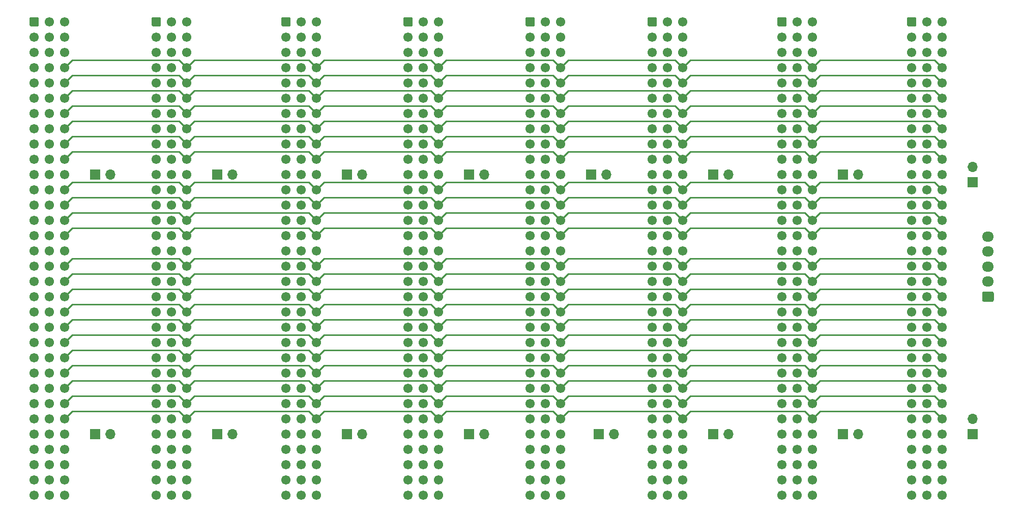
<source format=gbr>
%TF.GenerationSoftware,KiCad,Pcbnew,(5.1.10)-1*%
%TF.CreationDate,2022-01-28T17:59:32+01:00*%
%TF.ProjectId,Backplane,4261636b-706c-4616-9e65-2e6b69636164,rev?*%
%TF.SameCoordinates,Original*%
%TF.FileFunction,Copper,L1,Top*%
%TF.FilePolarity,Positive*%
%FSLAX46Y46*%
G04 Gerber Fmt 4.6, Leading zero omitted, Abs format (unit mm)*
G04 Created by KiCad (PCBNEW (5.1.10)-1) date 2022-01-28 17:59:32*
%MOMM*%
%LPD*%
G01*
G04 APERTURE LIST*
%TA.AperFunction,ComponentPad*%
%ADD10C,1.550000*%
%TD*%
%TA.AperFunction,ComponentPad*%
%ADD11O,1.700000X1.700000*%
%TD*%
%TA.AperFunction,ComponentPad*%
%ADD12R,1.700000X1.700000*%
%TD*%
%TA.AperFunction,ComponentPad*%
%ADD13O,1.950000X1.700000*%
%TD*%
%TA.AperFunction,Conductor*%
%ADD14C,0.250000*%
%TD*%
G04 APERTURE END LIST*
%TO.P,J1,A1*%
%TO.N,N/C*%
%TA.AperFunction,ComponentPad*%
G36*
G01*
X183375000Y-66565450D02*
X183375000Y-65514550D01*
G75*
G02*
X183624550Y-65265000I249550J0D01*
G01*
X184675450Y-65265000D01*
G75*
G02*
X184925000Y-65514550I0J-249550D01*
G01*
X184925000Y-66565450D01*
G75*
G02*
X184675450Y-66815000I-249550J0D01*
G01*
X183624550Y-66815000D01*
G75*
G02*
X183375000Y-66565450I0J249550D01*
G01*
G37*
%TD.AperFunction*%
D10*
%TO.P,J1,A2*%
%TO.N,GND*%
X184150000Y-68580000D03*
%TO.P,J1,A3*%
X184150000Y-71120000D03*
%TO.P,J1,A4*%
%TO.N,Net-(J1-PadA4)*%
X184150000Y-73660000D03*
%TO.P,J1,A5*%
%TO.N,Net-(J1-PadA5)*%
X184150000Y-76200000D03*
%TO.P,J1,A6*%
%TO.N,Net-(J1-PadA6)*%
X184150000Y-78740000D03*
%TO.P,J1,A7*%
%TO.N,Net-(J1-PadA7)*%
X184150000Y-81280000D03*
%TO.P,J1,A8*%
%TO.N,Net-(J1-PadA8)*%
X184150000Y-83820000D03*
%TO.P,J1,A9*%
%TO.N,Net-(J1-PadA9)*%
X184150000Y-86360000D03*
%TO.P,J1,A10*%
%TO.N,Net-(J1-PadA10)*%
X184150000Y-88900000D03*
%TO.P,J1,A11*%
%TO.N,Net-(J1-PadA11)*%
X184150000Y-91440000D03*
%TO.P,J1,A12*%
%TO.N,Net-(J1-PadA12)*%
X184150000Y-93980000D03*
%TO.P,J1,A13*%
%TO.N,Net-(J1-PadA13)*%
X184150000Y-96520000D03*
%TO.P,J1,A14*%
%TO.N,Net-(J1-PadA14)*%
X184150000Y-99060000D03*
%TO.P,J1,A15*%
%TO.N,Net-(J1-PadA15)*%
X184150000Y-101600000D03*
%TO.P,J1,A16*%
%TO.N,-5V*%
X184150000Y-104140000D03*
%TO.P,J1,A17*%
%TO.N,Net-(J1-PadA17)*%
X184150000Y-106680000D03*
%TO.P,J1,A18*%
%TO.N,Net-(J1-PadA18)*%
X184150000Y-109220000D03*
%TO.P,J1,A19*%
%TO.N,Net-(J1-PadA19)*%
X184150000Y-111760000D03*
%TO.P,J1,A20*%
%TO.N,Net-(J1-PadA20)*%
X184150000Y-114300000D03*
%TO.P,J1,A21*%
%TO.N,Net-(J1-PadA21)*%
X184150000Y-116840000D03*
%TO.P,J1,A22*%
%TO.N,Net-(J1-PadA22)*%
X184150000Y-119380000D03*
%TO.P,J1,A23*%
%TO.N,Net-(J1-PadA23)*%
X184150000Y-121920000D03*
%TO.P,J1,A24*%
%TO.N,Net-(J1-PadA24)*%
X184150000Y-124460000D03*
%TO.P,J1,A25*%
%TO.N,Net-(J1-PadA25)*%
X184150000Y-127000000D03*
%TO.P,J1,A26*%
%TO.N,Net-(J1-PadA26)*%
X184150000Y-129540000D03*
%TO.P,J1,A27*%
%TO.N,Net-(J1-PadA27)*%
X184150000Y-132080000D03*
%TO.P,J1,A28*%
%TO.N,Net-(J1-PadA28)*%
X184150000Y-134620000D03*
%TO.P,J1,A29*%
%TO.N,+12P*%
X184150000Y-137160000D03*
%TO.P,J1,A30*%
%TO.N,+5P*%
X184150000Y-139700000D03*
%TO.P,J1,A31*%
%TO.N,N/C*%
X184150000Y-142240000D03*
%TO.P,J1,A32*%
X184150000Y-144780000D03*
%TO.P,J1,b1*%
X186690000Y-66040000D03*
%TO.P,J1,b2*%
X186690000Y-68580000D03*
%TO.P,J1,b3*%
X186690000Y-71120000D03*
%TO.P,J1,b4*%
X186690000Y-73660000D03*
%TO.P,J1,b5*%
X186690000Y-76200000D03*
%TO.P,J1,b6*%
X186690000Y-78740000D03*
%TO.P,J1,b7*%
X186690000Y-81280000D03*
%TO.P,J1,b8*%
X186690000Y-83820000D03*
%TO.P,J1,b9*%
X186690000Y-86360000D03*
%TO.P,J1,b10*%
X186690000Y-88900000D03*
%TO.P,J1,b11*%
X186690000Y-91440000D03*
%TO.P,J1,b12*%
X186690000Y-93980000D03*
%TO.P,J1,b13*%
X186690000Y-96520000D03*
%TO.P,J1,b14*%
X186690000Y-99060000D03*
%TO.P,J1,b15*%
X186690000Y-101600000D03*
%TO.P,J1,b16*%
X186690000Y-104140000D03*
%TO.P,J1,b17*%
X186690000Y-106680000D03*
%TO.P,J1,b18*%
X186690000Y-109220000D03*
%TO.P,J1,b19*%
X186690000Y-111760000D03*
%TO.P,J1,b20*%
X186690000Y-114300000D03*
%TO.P,J1,b21*%
X186690000Y-116840000D03*
%TO.P,J1,b22*%
X186690000Y-119380000D03*
%TO.P,J1,b23*%
X186690000Y-121920000D03*
%TO.P,J1,b24*%
X186690000Y-124460000D03*
%TO.P,J1,b25*%
X186690000Y-127000000D03*
%TO.P,J1,b26*%
X186690000Y-129540000D03*
%TO.P,J1,b27*%
X186690000Y-132080000D03*
%TO.P,J1,b28*%
X186690000Y-134620000D03*
%TO.P,J1,b29*%
X186690000Y-137160000D03*
%TO.P,J1,b30*%
X186690000Y-139700000D03*
%TO.P,J1,b31*%
X186690000Y-142240000D03*
%TO.P,J1,b32*%
X186690000Y-144780000D03*
%TO.P,J1,C1*%
X189230000Y-66040000D03*
%TO.P,J1,C2*%
%TO.N,GND*%
X189230000Y-68580000D03*
%TO.P,J1,C3*%
X189230000Y-71120000D03*
%TO.P,J1,C4*%
%TO.N,Net-(J1-PadC4)*%
X189230000Y-73660000D03*
%TO.P,J1,C5*%
%TO.N,Net-(J1-PadC5)*%
X189230000Y-76200000D03*
%TO.P,J1,C6*%
%TO.N,Net-(J1-PadC6)*%
X189230000Y-78740000D03*
%TO.P,J1,C7*%
%TO.N,Net-(J1-PadC7)*%
X189230000Y-81280000D03*
%TO.P,J1,C8*%
%TO.N,Net-(J1-PadC8)*%
X189230000Y-83820000D03*
%TO.P,J1,C9*%
%TO.N,Net-(J1-PadC9)*%
X189230000Y-86360000D03*
%TO.P,J1,C10*%
%TO.N,Net-(J1-PadC10)*%
X189230000Y-88900000D03*
%TO.P,J1,C11*%
%TO.N,Net-(J1-PadC11)*%
X189230000Y-91440000D03*
%TO.P,J1,C12*%
%TO.N,Net-(J1-PadC12)*%
X189230000Y-93980000D03*
%TO.P,J1,C13*%
%TO.N,Net-(J1-PadC13)*%
X189230000Y-96520000D03*
%TO.P,J1,C14*%
%TO.N,Net-(J1-PadC14)*%
X189230000Y-99060000D03*
%TO.P,J1,C15*%
%TO.N,Net-(J1-PadC15)*%
X189230000Y-101600000D03*
%TO.P,J1,C16*%
%TO.N,-5V*%
X189230000Y-104140000D03*
%TO.P,J1,C17*%
%TO.N,Net-(J1-PadC17)*%
X189230000Y-106680000D03*
%TO.P,J1,C18*%
%TO.N,Net-(J1-PadC18)*%
X189230000Y-109220000D03*
%TO.P,J1,C19*%
%TO.N,Net-(J1-PadC19)*%
X189230000Y-111760000D03*
%TO.P,J1,C20*%
%TO.N,Net-(J1-PadC20)*%
X189230000Y-114300000D03*
%TO.P,J1,C21*%
%TO.N,Net-(J1-PadC21)*%
X189230000Y-116840000D03*
%TO.P,J1,C22*%
%TO.N,Net-(J1-PadC22)*%
X189230000Y-119380000D03*
%TO.P,J1,C23*%
%TO.N,Net-(J1-PadC23)*%
X189230000Y-121920000D03*
%TO.P,J1,C24*%
%TO.N,Net-(J1-PadC24)*%
X189230000Y-124460000D03*
%TO.P,J1,C25*%
%TO.N,Net-(J1-PadC25)*%
X189230000Y-127000000D03*
%TO.P,J1,C26*%
%TO.N,Net-(J1-PadC26)*%
X189230000Y-129540000D03*
%TO.P,J1,C27*%
%TO.N,Net-(J1-PadC27)*%
X189230000Y-132080000D03*
%TO.P,J1,C28*%
%TO.N,Net-(J1-PadC28)*%
X189230000Y-134620000D03*
%TO.P,J1,C29*%
%TO.N,+12P*%
X189230000Y-137160000D03*
%TO.P,J1,C30*%
%TO.N,+5P*%
X189230000Y-139700000D03*
%TO.P,J1,C31*%
%TO.N,N/C*%
X189230000Y-142240000D03*
%TO.P,J1,C32*%
X189230000Y-144780000D03*
%TD*%
D11*
%TO.P,J2,2*%
%TO.N,Net-(J1-PadC11)*%
X196850000Y-91440000D03*
D12*
%TO.P,J2,1*%
%TO.N,Net-(J1-PadA11)*%
X194310000Y-91440000D03*
%TD*%
D11*
%TO.P,J3,2*%
%TO.N,Net-(J1-PadC28)*%
X196850000Y-134620000D03*
D12*
%TO.P,J3,1*%
%TO.N,Net-(J1-PadA28)*%
X194310000Y-134620000D03*
%TD*%
D10*
%TO.P,J4,C32*%
%TO.N,N/C*%
X85090000Y-144780000D03*
%TO.P,J4,C31*%
X85090000Y-142240000D03*
%TO.P,J4,C30*%
%TO.N,+5P*%
X85090000Y-139700000D03*
%TO.P,J4,C29*%
%TO.N,+12P*%
X85090000Y-137160000D03*
%TO.P,J4,C28*%
%TO.N,Net-(J4-PadC28)*%
X85090000Y-134620000D03*
%TO.P,J4,C27*%
%TO.N,Net-(J1-PadC27)*%
X85090000Y-132080000D03*
%TO.P,J4,C26*%
%TO.N,Net-(J1-PadC26)*%
X85090000Y-129540000D03*
%TO.P,J4,C25*%
%TO.N,Net-(J1-PadC25)*%
X85090000Y-127000000D03*
%TO.P,J4,C24*%
%TO.N,Net-(J1-PadC24)*%
X85090000Y-124460000D03*
%TO.P,J4,C23*%
%TO.N,Net-(J1-PadC23)*%
X85090000Y-121920000D03*
%TO.P,J4,C22*%
%TO.N,Net-(J1-PadC22)*%
X85090000Y-119380000D03*
%TO.P,J4,C21*%
%TO.N,Net-(J1-PadC21)*%
X85090000Y-116840000D03*
%TO.P,J4,C20*%
%TO.N,Net-(J1-PadC20)*%
X85090000Y-114300000D03*
%TO.P,J4,C19*%
%TO.N,Net-(J1-PadC19)*%
X85090000Y-111760000D03*
%TO.P,J4,C18*%
%TO.N,Net-(J1-PadC18)*%
X85090000Y-109220000D03*
%TO.P,J4,C17*%
%TO.N,Net-(J1-PadC17)*%
X85090000Y-106680000D03*
%TO.P,J4,C16*%
%TO.N,-5V*%
X85090000Y-104140000D03*
%TO.P,J4,C15*%
%TO.N,Net-(J1-PadC15)*%
X85090000Y-101600000D03*
%TO.P,J4,C14*%
%TO.N,Net-(J1-PadC14)*%
X85090000Y-99060000D03*
%TO.P,J4,C13*%
%TO.N,Net-(J1-PadC13)*%
X85090000Y-96520000D03*
%TO.P,J4,C12*%
%TO.N,Net-(J1-PadC12)*%
X85090000Y-93980000D03*
%TO.P,J4,C11*%
%TO.N,Net-(J4-PadC11)*%
X85090000Y-91440000D03*
%TO.P,J4,C10*%
%TO.N,Net-(J1-PadC10)*%
X85090000Y-88900000D03*
%TO.P,J4,C9*%
%TO.N,Net-(J1-PadC9)*%
X85090000Y-86360000D03*
%TO.P,J4,C8*%
%TO.N,Net-(J1-PadC8)*%
X85090000Y-83820000D03*
%TO.P,J4,C7*%
%TO.N,Net-(J1-PadC7)*%
X85090000Y-81280000D03*
%TO.P,J4,C6*%
%TO.N,Net-(J1-PadC6)*%
X85090000Y-78740000D03*
%TO.P,J4,C5*%
%TO.N,Net-(J1-PadC5)*%
X85090000Y-76200000D03*
%TO.P,J4,C4*%
%TO.N,Net-(J1-PadC4)*%
X85090000Y-73660000D03*
%TO.P,J4,C3*%
%TO.N,GND*%
X85090000Y-71120000D03*
%TO.P,J4,C2*%
X85090000Y-68580000D03*
%TO.P,J4,C1*%
%TO.N,N/C*%
X85090000Y-66040000D03*
%TO.P,J4,b32*%
X82550000Y-144780000D03*
%TO.P,J4,b31*%
X82550000Y-142240000D03*
%TO.P,J4,b30*%
X82550000Y-139700000D03*
%TO.P,J4,b29*%
X82550000Y-137160000D03*
%TO.P,J4,b28*%
X82550000Y-134620000D03*
%TO.P,J4,b27*%
X82550000Y-132080000D03*
%TO.P,J4,b26*%
X82550000Y-129540000D03*
%TO.P,J4,b25*%
X82550000Y-127000000D03*
%TO.P,J4,b24*%
X82550000Y-124460000D03*
%TO.P,J4,b23*%
X82550000Y-121920000D03*
%TO.P,J4,b22*%
X82550000Y-119380000D03*
%TO.P,J4,b21*%
X82550000Y-116840000D03*
%TO.P,J4,b20*%
X82550000Y-114300000D03*
%TO.P,J4,b19*%
X82550000Y-111760000D03*
%TO.P,J4,b18*%
X82550000Y-109220000D03*
%TO.P,J4,b17*%
X82550000Y-106680000D03*
%TO.P,J4,b16*%
X82550000Y-104140000D03*
%TO.P,J4,b15*%
X82550000Y-101600000D03*
%TO.P,J4,b14*%
X82550000Y-99060000D03*
%TO.P,J4,b13*%
X82550000Y-96520000D03*
%TO.P,J4,b12*%
X82550000Y-93980000D03*
%TO.P,J4,b11*%
X82550000Y-91440000D03*
%TO.P,J4,b10*%
X82550000Y-88900000D03*
%TO.P,J4,b9*%
X82550000Y-86360000D03*
%TO.P,J4,b8*%
X82550000Y-83820000D03*
%TO.P,J4,b7*%
X82550000Y-81280000D03*
%TO.P,J4,b6*%
X82550000Y-78740000D03*
%TO.P,J4,b5*%
X82550000Y-76200000D03*
%TO.P,J4,b4*%
X82550000Y-73660000D03*
%TO.P,J4,b3*%
X82550000Y-71120000D03*
%TO.P,J4,b2*%
X82550000Y-68580000D03*
%TO.P,J4,b1*%
X82550000Y-66040000D03*
%TO.P,J4,A32*%
X80010000Y-144780000D03*
%TO.P,J4,A31*%
X80010000Y-142240000D03*
%TO.P,J4,A30*%
%TO.N,+5P*%
X80010000Y-139700000D03*
%TO.P,J4,A29*%
%TO.N,+12P*%
X80010000Y-137160000D03*
%TO.P,J4,A28*%
%TO.N,Net-(J4-PadA28)*%
X80010000Y-134620000D03*
%TO.P,J4,A27*%
%TO.N,Net-(J1-PadA27)*%
X80010000Y-132080000D03*
%TO.P,J4,A26*%
%TO.N,Net-(J1-PadA26)*%
X80010000Y-129540000D03*
%TO.P,J4,A25*%
%TO.N,Net-(J1-PadA25)*%
X80010000Y-127000000D03*
%TO.P,J4,A24*%
%TO.N,Net-(J1-PadA24)*%
X80010000Y-124460000D03*
%TO.P,J4,A23*%
%TO.N,Net-(J1-PadA23)*%
X80010000Y-121920000D03*
%TO.P,J4,A22*%
%TO.N,Net-(J1-PadA22)*%
X80010000Y-119380000D03*
%TO.P,J4,A21*%
%TO.N,Net-(J1-PadA21)*%
X80010000Y-116840000D03*
%TO.P,J4,A20*%
%TO.N,Net-(J1-PadA20)*%
X80010000Y-114300000D03*
%TO.P,J4,A19*%
%TO.N,Net-(J1-PadA19)*%
X80010000Y-111760000D03*
%TO.P,J4,A18*%
%TO.N,Net-(J1-PadA18)*%
X80010000Y-109220000D03*
%TO.P,J4,A17*%
%TO.N,Net-(J1-PadA17)*%
X80010000Y-106680000D03*
%TO.P,J4,A16*%
%TO.N,-5V*%
X80010000Y-104140000D03*
%TO.P,J4,A15*%
%TO.N,Net-(J1-PadA15)*%
X80010000Y-101600000D03*
%TO.P,J4,A14*%
%TO.N,Net-(J1-PadA14)*%
X80010000Y-99060000D03*
%TO.P,J4,A13*%
%TO.N,Net-(J1-PadA13)*%
X80010000Y-96520000D03*
%TO.P,J4,A12*%
%TO.N,Net-(J1-PadA12)*%
X80010000Y-93980000D03*
%TO.P,J4,A11*%
%TO.N,Net-(J4-PadA11)*%
X80010000Y-91440000D03*
%TO.P,J4,A10*%
%TO.N,Net-(J1-PadA10)*%
X80010000Y-88900000D03*
%TO.P,J4,A9*%
%TO.N,Net-(J1-PadA9)*%
X80010000Y-86360000D03*
%TO.P,J4,A8*%
%TO.N,Net-(J1-PadA8)*%
X80010000Y-83820000D03*
%TO.P,J4,A7*%
%TO.N,Net-(J1-PadA7)*%
X80010000Y-81280000D03*
%TO.P,J4,A6*%
%TO.N,Net-(J1-PadA6)*%
X80010000Y-78740000D03*
%TO.P,J4,A5*%
%TO.N,Net-(J1-PadA5)*%
X80010000Y-76200000D03*
%TO.P,J4,A4*%
%TO.N,Net-(J1-PadA4)*%
X80010000Y-73660000D03*
%TO.P,J4,A3*%
%TO.N,GND*%
X80010000Y-71120000D03*
%TO.P,J4,A2*%
X80010000Y-68580000D03*
%TO.P,J4,A1*%
%TO.N,N/C*%
%TA.AperFunction,ComponentPad*%
G36*
G01*
X79235000Y-66565450D02*
X79235000Y-65514550D01*
G75*
G02*
X79484550Y-65265000I249550J0D01*
G01*
X80535450Y-65265000D01*
G75*
G02*
X80785000Y-65514550I0J-249550D01*
G01*
X80785000Y-66565450D01*
G75*
G02*
X80535450Y-66815000I-249550J0D01*
G01*
X79484550Y-66815000D01*
G75*
G02*
X79235000Y-66565450I0J249550D01*
G01*
G37*
%TD.AperFunction*%
%TD*%
D12*
%TO.P,J5,1*%
%TO.N,Net-(J4-PadA11)*%
X90170000Y-91440000D03*
D11*
%TO.P,J5,2*%
%TO.N,Net-(J4-PadC11)*%
X92710000Y-91440000D03*
%TD*%
D12*
%TO.P,J6,1*%
%TO.N,Net-(J4-PadA28)*%
X90170000Y-134620000D03*
D11*
%TO.P,J6,2*%
%TO.N,Net-(J4-PadC28)*%
X92710000Y-134620000D03*
%TD*%
%TO.P,J7,A1*%
%TO.N,N/C*%
%TA.AperFunction,ComponentPad*%
G36*
G01*
X121145000Y-66565450D02*
X121145000Y-65514550D01*
G75*
G02*
X121394550Y-65265000I249550J0D01*
G01*
X122445450Y-65265000D01*
G75*
G02*
X122695000Y-65514550I0J-249550D01*
G01*
X122695000Y-66565450D01*
G75*
G02*
X122445450Y-66815000I-249550J0D01*
G01*
X121394550Y-66815000D01*
G75*
G02*
X121145000Y-66565450I0J249550D01*
G01*
G37*
%TD.AperFunction*%
D10*
%TO.P,J7,A2*%
%TO.N,GND*%
X121920000Y-68580000D03*
%TO.P,J7,A3*%
X121920000Y-71120000D03*
%TO.P,J7,A4*%
%TO.N,Net-(J1-PadA4)*%
X121920000Y-73660000D03*
%TO.P,J7,A5*%
%TO.N,Net-(J1-PadA5)*%
X121920000Y-76200000D03*
%TO.P,J7,A6*%
%TO.N,Net-(J1-PadA6)*%
X121920000Y-78740000D03*
%TO.P,J7,A7*%
%TO.N,Net-(J1-PadA7)*%
X121920000Y-81280000D03*
%TO.P,J7,A8*%
%TO.N,Net-(J1-PadA8)*%
X121920000Y-83820000D03*
%TO.P,J7,A9*%
%TO.N,Net-(J1-PadA9)*%
X121920000Y-86360000D03*
%TO.P,J7,A10*%
%TO.N,Net-(J1-PadA10)*%
X121920000Y-88900000D03*
%TO.P,J7,A11*%
%TO.N,Net-(J7-PadA11)*%
X121920000Y-91440000D03*
%TO.P,J7,A12*%
%TO.N,Net-(J1-PadA12)*%
X121920000Y-93980000D03*
%TO.P,J7,A13*%
%TO.N,Net-(J1-PadA13)*%
X121920000Y-96520000D03*
%TO.P,J7,A14*%
%TO.N,Net-(J1-PadA14)*%
X121920000Y-99060000D03*
%TO.P,J7,A15*%
%TO.N,Net-(J1-PadA15)*%
X121920000Y-101600000D03*
%TO.P,J7,A16*%
%TO.N,-5V*%
X121920000Y-104140000D03*
%TO.P,J7,A17*%
%TO.N,Net-(J1-PadA17)*%
X121920000Y-106680000D03*
%TO.P,J7,A18*%
%TO.N,Net-(J1-PadA18)*%
X121920000Y-109220000D03*
%TO.P,J7,A19*%
%TO.N,Net-(J1-PadA19)*%
X121920000Y-111760000D03*
%TO.P,J7,A20*%
%TO.N,Net-(J1-PadA20)*%
X121920000Y-114300000D03*
%TO.P,J7,A21*%
%TO.N,Net-(J1-PadA21)*%
X121920000Y-116840000D03*
%TO.P,J7,A22*%
%TO.N,Net-(J1-PadA22)*%
X121920000Y-119380000D03*
%TO.P,J7,A23*%
%TO.N,Net-(J1-PadA23)*%
X121920000Y-121920000D03*
%TO.P,J7,A24*%
%TO.N,Net-(J1-PadA24)*%
X121920000Y-124460000D03*
%TO.P,J7,A25*%
%TO.N,Net-(J1-PadA25)*%
X121920000Y-127000000D03*
%TO.P,J7,A26*%
%TO.N,Net-(J1-PadA26)*%
X121920000Y-129540000D03*
%TO.P,J7,A27*%
%TO.N,Net-(J1-PadA27)*%
X121920000Y-132080000D03*
%TO.P,J7,A28*%
%TO.N,Net-(J7-PadA28)*%
X121920000Y-134620000D03*
%TO.P,J7,A29*%
%TO.N,+12P*%
X121920000Y-137160000D03*
%TO.P,J7,A30*%
%TO.N,+5P*%
X121920000Y-139700000D03*
%TO.P,J7,A31*%
%TO.N,N/C*%
X121920000Y-142240000D03*
%TO.P,J7,A32*%
X121920000Y-144780000D03*
%TO.P,J7,b1*%
X124460000Y-66040000D03*
%TO.P,J7,b2*%
X124460000Y-68580000D03*
%TO.P,J7,b3*%
X124460000Y-71120000D03*
%TO.P,J7,b4*%
X124460000Y-73660000D03*
%TO.P,J7,b5*%
X124460000Y-76200000D03*
%TO.P,J7,b6*%
X124460000Y-78740000D03*
%TO.P,J7,b7*%
X124460000Y-81280000D03*
%TO.P,J7,b8*%
X124460000Y-83820000D03*
%TO.P,J7,b9*%
X124460000Y-86360000D03*
%TO.P,J7,b10*%
X124460000Y-88900000D03*
%TO.P,J7,b11*%
X124460000Y-91440000D03*
%TO.P,J7,b12*%
X124460000Y-93980000D03*
%TO.P,J7,b13*%
X124460000Y-96520000D03*
%TO.P,J7,b14*%
X124460000Y-99060000D03*
%TO.P,J7,b15*%
X124460000Y-101600000D03*
%TO.P,J7,b16*%
X124460000Y-104140000D03*
%TO.P,J7,b17*%
X124460000Y-106680000D03*
%TO.P,J7,b18*%
X124460000Y-109220000D03*
%TO.P,J7,b19*%
X124460000Y-111760000D03*
%TO.P,J7,b20*%
X124460000Y-114300000D03*
%TO.P,J7,b21*%
X124460000Y-116840000D03*
%TO.P,J7,b22*%
X124460000Y-119380000D03*
%TO.P,J7,b23*%
X124460000Y-121920000D03*
%TO.P,J7,b24*%
X124460000Y-124460000D03*
%TO.P,J7,b25*%
X124460000Y-127000000D03*
%TO.P,J7,b26*%
X124460000Y-129540000D03*
%TO.P,J7,b27*%
X124460000Y-132080000D03*
%TO.P,J7,b28*%
X124460000Y-134620000D03*
%TO.P,J7,b29*%
X124460000Y-137160000D03*
%TO.P,J7,b30*%
X124460000Y-139700000D03*
%TO.P,J7,b31*%
X124460000Y-142240000D03*
%TO.P,J7,b32*%
X124460000Y-144780000D03*
%TO.P,J7,C1*%
X127000000Y-66040000D03*
%TO.P,J7,C2*%
%TO.N,GND*%
X127000000Y-68580000D03*
%TO.P,J7,C3*%
X127000000Y-71120000D03*
%TO.P,J7,C4*%
%TO.N,Net-(J1-PadC4)*%
X127000000Y-73660000D03*
%TO.P,J7,C5*%
%TO.N,Net-(J1-PadC5)*%
X127000000Y-76200000D03*
%TO.P,J7,C6*%
%TO.N,Net-(J1-PadC6)*%
X127000000Y-78740000D03*
%TO.P,J7,C7*%
%TO.N,Net-(J1-PadC7)*%
X127000000Y-81280000D03*
%TO.P,J7,C8*%
%TO.N,Net-(J1-PadC8)*%
X127000000Y-83820000D03*
%TO.P,J7,C9*%
%TO.N,Net-(J1-PadC9)*%
X127000000Y-86360000D03*
%TO.P,J7,C10*%
%TO.N,Net-(J1-PadC10)*%
X127000000Y-88900000D03*
%TO.P,J7,C11*%
%TO.N,Net-(J7-PadC11)*%
X127000000Y-91440000D03*
%TO.P,J7,C12*%
%TO.N,Net-(J1-PadC12)*%
X127000000Y-93980000D03*
%TO.P,J7,C13*%
%TO.N,Net-(J1-PadC13)*%
X127000000Y-96520000D03*
%TO.P,J7,C14*%
%TO.N,Net-(J1-PadC14)*%
X127000000Y-99060000D03*
%TO.P,J7,C15*%
%TO.N,Net-(J1-PadC15)*%
X127000000Y-101600000D03*
%TO.P,J7,C16*%
%TO.N,-5V*%
X127000000Y-104140000D03*
%TO.P,J7,C17*%
%TO.N,Net-(J1-PadC17)*%
X127000000Y-106680000D03*
%TO.P,J7,C18*%
%TO.N,Net-(J1-PadC18)*%
X127000000Y-109220000D03*
%TO.P,J7,C19*%
%TO.N,Net-(J1-PadC19)*%
X127000000Y-111760000D03*
%TO.P,J7,C20*%
%TO.N,Net-(J1-PadC20)*%
X127000000Y-114300000D03*
%TO.P,J7,C21*%
%TO.N,Net-(J1-PadC21)*%
X127000000Y-116840000D03*
%TO.P,J7,C22*%
%TO.N,Net-(J1-PadC22)*%
X127000000Y-119380000D03*
%TO.P,J7,C23*%
%TO.N,Net-(J1-PadC23)*%
X127000000Y-121920000D03*
%TO.P,J7,C24*%
%TO.N,Net-(J1-PadC24)*%
X127000000Y-124460000D03*
%TO.P,J7,C25*%
%TO.N,Net-(J1-PadC25)*%
X127000000Y-127000000D03*
%TO.P,J7,C26*%
%TO.N,Net-(J1-PadC26)*%
X127000000Y-129540000D03*
%TO.P,J7,C27*%
%TO.N,Net-(J1-PadC27)*%
X127000000Y-132080000D03*
%TO.P,J7,C28*%
%TO.N,Net-(J7-PadC28)*%
X127000000Y-134620000D03*
%TO.P,J7,C29*%
%TO.N,+12P*%
X127000000Y-137160000D03*
%TO.P,J7,C30*%
%TO.N,+5P*%
X127000000Y-139700000D03*
%TO.P,J7,C31*%
%TO.N,N/C*%
X127000000Y-142240000D03*
%TO.P,J7,C32*%
X127000000Y-144780000D03*
%TD*%
D11*
%TO.P,J8,2*%
%TO.N,Net-(J7-PadC11)*%
X134620000Y-91440000D03*
D12*
%TO.P,J8,1*%
%TO.N,Net-(J7-PadA11)*%
X132080000Y-91440000D03*
%TD*%
%TO.P,J9,1*%
%TO.N,Net-(J7-PadA28)*%
X132080000Y-134620000D03*
D11*
%TO.P,J9,2*%
%TO.N,Net-(J7-PadC28)*%
X134620000Y-134620000D03*
%TD*%
D10*
%TO.P,J10,C32*%
%TO.N,N/C*%
X210820000Y-144780000D03*
%TO.P,J10,C31*%
X210820000Y-142240000D03*
%TO.P,J10,C30*%
%TO.N,+5P*%
X210820000Y-139700000D03*
%TO.P,J10,C29*%
%TO.N,+12P*%
X210820000Y-137160000D03*
%TO.P,J10,C28*%
%TO.N,Net-(J10-PadC28)*%
X210820000Y-134620000D03*
%TO.P,J10,C27*%
%TO.N,Net-(J1-PadC27)*%
X210820000Y-132080000D03*
%TO.P,J10,C26*%
%TO.N,Net-(J1-PadC26)*%
X210820000Y-129540000D03*
%TO.P,J10,C25*%
%TO.N,Net-(J1-PadC25)*%
X210820000Y-127000000D03*
%TO.P,J10,C24*%
%TO.N,Net-(J1-PadC24)*%
X210820000Y-124460000D03*
%TO.P,J10,C23*%
%TO.N,Net-(J1-PadC23)*%
X210820000Y-121920000D03*
%TO.P,J10,C22*%
%TO.N,Net-(J1-PadC22)*%
X210820000Y-119380000D03*
%TO.P,J10,C21*%
%TO.N,Net-(J1-PadC21)*%
X210820000Y-116840000D03*
%TO.P,J10,C20*%
%TO.N,Net-(J1-PadC20)*%
X210820000Y-114300000D03*
%TO.P,J10,C19*%
%TO.N,Net-(J1-PadC19)*%
X210820000Y-111760000D03*
%TO.P,J10,C18*%
%TO.N,Net-(J1-PadC18)*%
X210820000Y-109220000D03*
%TO.P,J10,C17*%
%TO.N,Net-(J1-PadC17)*%
X210820000Y-106680000D03*
%TO.P,J10,C16*%
%TO.N,-5V*%
X210820000Y-104140000D03*
%TO.P,J10,C15*%
%TO.N,Net-(J1-PadC15)*%
X210820000Y-101600000D03*
%TO.P,J10,C14*%
%TO.N,Net-(J1-PadC14)*%
X210820000Y-99060000D03*
%TO.P,J10,C13*%
%TO.N,Net-(J1-PadC13)*%
X210820000Y-96520000D03*
%TO.P,J10,C12*%
%TO.N,Net-(J1-PadC12)*%
X210820000Y-93980000D03*
%TO.P,J10,C11*%
%TO.N,Net-(J10-PadC11)*%
X210820000Y-91440000D03*
%TO.P,J10,C10*%
%TO.N,Net-(J1-PadC10)*%
X210820000Y-88900000D03*
%TO.P,J10,C9*%
%TO.N,Net-(J1-PadC9)*%
X210820000Y-86360000D03*
%TO.P,J10,C8*%
%TO.N,Net-(J1-PadC8)*%
X210820000Y-83820000D03*
%TO.P,J10,C7*%
%TO.N,Net-(J1-PadC7)*%
X210820000Y-81280000D03*
%TO.P,J10,C6*%
%TO.N,Net-(J1-PadC6)*%
X210820000Y-78740000D03*
%TO.P,J10,C5*%
%TO.N,Net-(J1-PadC5)*%
X210820000Y-76200000D03*
%TO.P,J10,C4*%
%TO.N,Net-(J1-PadC4)*%
X210820000Y-73660000D03*
%TO.P,J10,C3*%
%TO.N,GND*%
X210820000Y-71120000D03*
%TO.P,J10,C2*%
X210820000Y-68580000D03*
%TO.P,J10,C1*%
%TO.N,N/C*%
X210820000Y-66040000D03*
%TO.P,J10,b32*%
X208280000Y-144780000D03*
%TO.P,J10,b31*%
X208280000Y-142240000D03*
%TO.P,J10,b30*%
X208280000Y-139700000D03*
%TO.P,J10,b29*%
X208280000Y-137160000D03*
%TO.P,J10,b28*%
X208280000Y-134620000D03*
%TO.P,J10,b27*%
X208280000Y-132080000D03*
%TO.P,J10,b26*%
X208280000Y-129540000D03*
%TO.P,J10,b25*%
X208280000Y-127000000D03*
%TO.P,J10,b24*%
X208280000Y-124460000D03*
%TO.P,J10,b23*%
X208280000Y-121920000D03*
%TO.P,J10,b22*%
X208280000Y-119380000D03*
%TO.P,J10,b21*%
X208280000Y-116840000D03*
%TO.P,J10,b20*%
X208280000Y-114300000D03*
%TO.P,J10,b19*%
X208280000Y-111760000D03*
%TO.P,J10,b18*%
X208280000Y-109220000D03*
%TO.P,J10,b17*%
X208280000Y-106680000D03*
%TO.P,J10,b16*%
X208280000Y-104140000D03*
%TO.P,J10,b15*%
X208280000Y-101600000D03*
%TO.P,J10,b14*%
X208280000Y-99060000D03*
%TO.P,J10,b13*%
X208280000Y-96520000D03*
%TO.P,J10,b12*%
X208280000Y-93980000D03*
%TO.P,J10,b11*%
X208280000Y-91440000D03*
%TO.P,J10,b10*%
X208280000Y-88900000D03*
%TO.P,J10,b9*%
X208280000Y-86360000D03*
%TO.P,J10,b8*%
X208280000Y-83820000D03*
%TO.P,J10,b7*%
X208280000Y-81280000D03*
%TO.P,J10,b6*%
X208280000Y-78740000D03*
%TO.P,J10,b5*%
X208280000Y-76200000D03*
%TO.P,J10,b4*%
X208280000Y-73660000D03*
%TO.P,J10,b3*%
X208280000Y-71120000D03*
%TO.P,J10,b2*%
X208280000Y-68580000D03*
%TO.P,J10,b1*%
X208280000Y-66040000D03*
%TO.P,J10,A32*%
X205740000Y-144780000D03*
%TO.P,J10,A31*%
X205740000Y-142240000D03*
%TO.P,J10,A30*%
%TO.N,+5P*%
X205740000Y-139700000D03*
%TO.P,J10,A29*%
%TO.N,+12P*%
X205740000Y-137160000D03*
%TO.P,J10,A28*%
%TO.N,Net-(J10-PadA28)*%
X205740000Y-134620000D03*
%TO.P,J10,A27*%
%TO.N,Net-(J1-PadA27)*%
X205740000Y-132080000D03*
%TO.P,J10,A26*%
%TO.N,Net-(J1-PadA26)*%
X205740000Y-129540000D03*
%TO.P,J10,A25*%
%TO.N,Net-(J1-PadA25)*%
X205740000Y-127000000D03*
%TO.P,J10,A24*%
%TO.N,Net-(J1-PadA24)*%
X205740000Y-124460000D03*
%TO.P,J10,A23*%
%TO.N,Net-(J1-PadA23)*%
X205740000Y-121920000D03*
%TO.P,J10,A22*%
%TO.N,Net-(J1-PadA22)*%
X205740000Y-119380000D03*
%TO.P,J10,A21*%
%TO.N,Net-(J1-PadA21)*%
X205740000Y-116840000D03*
%TO.P,J10,A20*%
%TO.N,Net-(J1-PadA20)*%
X205740000Y-114300000D03*
%TO.P,J10,A19*%
%TO.N,Net-(J1-PadA19)*%
X205740000Y-111760000D03*
%TO.P,J10,A18*%
%TO.N,Net-(J1-PadA18)*%
X205740000Y-109220000D03*
%TO.P,J10,A17*%
%TO.N,Net-(J1-PadA17)*%
X205740000Y-106680000D03*
%TO.P,J10,A16*%
%TO.N,-5V*%
X205740000Y-104140000D03*
%TO.P,J10,A15*%
%TO.N,Net-(J1-PadA15)*%
X205740000Y-101600000D03*
%TO.P,J10,A14*%
%TO.N,Net-(J1-PadA14)*%
X205740000Y-99060000D03*
%TO.P,J10,A13*%
%TO.N,Net-(J1-PadA13)*%
X205740000Y-96520000D03*
%TO.P,J10,A12*%
%TO.N,Net-(J1-PadA12)*%
X205740000Y-93980000D03*
%TO.P,J10,A11*%
%TO.N,Net-(J10-PadA11)*%
X205740000Y-91440000D03*
%TO.P,J10,A10*%
%TO.N,Net-(J1-PadA10)*%
X205740000Y-88900000D03*
%TO.P,J10,A9*%
%TO.N,Net-(J1-PadA9)*%
X205740000Y-86360000D03*
%TO.P,J10,A8*%
%TO.N,Net-(J1-PadA8)*%
X205740000Y-83820000D03*
%TO.P,J10,A7*%
%TO.N,Net-(J1-PadA7)*%
X205740000Y-81280000D03*
%TO.P,J10,A6*%
%TO.N,Net-(J1-PadA6)*%
X205740000Y-78740000D03*
%TO.P,J10,A5*%
%TO.N,Net-(J1-PadA5)*%
X205740000Y-76200000D03*
%TO.P,J10,A4*%
%TO.N,Net-(J1-PadA4)*%
X205740000Y-73660000D03*
%TO.P,J10,A3*%
%TO.N,GND*%
X205740000Y-71120000D03*
%TO.P,J10,A2*%
X205740000Y-68580000D03*
%TO.P,J10,A1*%
%TO.N,N/C*%
%TA.AperFunction,ComponentPad*%
G36*
G01*
X204965000Y-66565450D02*
X204965000Y-65514550D01*
G75*
G02*
X205214550Y-65265000I249550J0D01*
G01*
X206265450Y-65265000D01*
G75*
G02*
X206515000Y-65514550I0J-249550D01*
G01*
X206515000Y-66565450D01*
G75*
G02*
X206265450Y-66815000I-249550J0D01*
G01*
X205214550Y-66815000D01*
G75*
G02*
X204965000Y-66565450I0J249550D01*
G01*
G37*
%TD.AperFunction*%
%TD*%
D12*
%TO.P,J11,1*%
%TO.N,Net-(J10-PadA11)*%
X215900000Y-92710000D03*
D11*
%TO.P,J11,2*%
%TO.N,Net-(J10-PadC11)*%
X215900000Y-90170000D03*
%TD*%
%TO.P,J12,2*%
%TO.N,Net-(J10-PadC28)*%
X215900000Y-132080000D03*
D12*
%TO.P,J12,1*%
%TO.N,Net-(J10-PadA28)*%
X215900000Y-134620000D03*
%TD*%
%TO.P,J13,1*%
%TO.N,+12P*%
%TA.AperFunction,ComponentPad*%
G36*
G01*
X219165000Y-112610000D02*
X217715000Y-112610000D01*
G75*
G02*
X217465000Y-112360000I0J250000D01*
G01*
X217465000Y-111160000D01*
G75*
G02*
X217715000Y-110910000I250000J0D01*
G01*
X219165000Y-110910000D01*
G75*
G02*
X219415000Y-111160000I0J-250000D01*
G01*
X219415000Y-112360000D01*
G75*
G02*
X219165000Y-112610000I-250000J0D01*
G01*
G37*
%TD.AperFunction*%
D13*
%TO.P,J13,2*%
%TO.N,+5P*%
X218440000Y-109260000D03*
%TO.P,J13,3*%
%TO.N,-5V*%
X218440000Y-106760000D03*
%TO.P,J13,4*%
%TO.N,GND*%
X218440000Y-104260000D03*
%TO.P,J13,5*%
X218440000Y-101760000D03*
%TD*%
%TO.P,J14,A1*%
%TO.N,N/C*%
%TA.AperFunction,ComponentPad*%
G36*
G01*
X161785000Y-66565450D02*
X161785000Y-65514550D01*
G75*
G02*
X162034550Y-65265000I249550J0D01*
G01*
X163085450Y-65265000D01*
G75*
G02*
X163335000Y-65514550I0J-249550D01*
G01*
X163335000Y-66565450D01*
G75*
G02*
X163085450Y-66815000I-249550J0D01*
G01*
X162034550Y-66815000D01*
G75*
G02*
X161785000Y-66565450I0J249550D01*
G01*
G37*
%TD.AperFunction*%
D10*
%TO.P,J14,A2*%
%TO.N,GND*%
X162560000Y-68580000D03*
%TO.P,J14,A3*%
X162560000Y-71120000D03*
%TO.P,J14,A4*%
%TO.N,Net-(J1-PadA4)*%
X162560000Y-73660000D03*
%TO.P,J14,A5*%
%TO.N,Net-(J1-PadA5)*%
X162560000Y-76200000D03*
%TO.P,J14,A6*%
%TO.N,Net-(J1-PadA6)*%
X162560000Y-78740000D03*
%TO.P,J14,A7*%
%TO.N,Net-(J1-PadA7)*%
X162560000Y-81280000D03*
%TO.P,J14,A8*%
%TO.N,Net-(J1-PadA8)*%
X162560000Y-83820000D03*
%TO.P,J14,A9*%
%TO.N,Net-(J1-PadA9)*%
X162560000Y-86360000D03*
%TO.P,J14,A10*%
%TO.N,Net-(J1-PadA10)*%
X162560000Y-88900000D03*
%TO.P,J14,A11*%
%TO.N,Net-(J14-PadA11)*%
X162560000Y-91440000D03*
%TO.P,J14,A12*%
%TO.N,Net-(J1-PadA12)*%
X162560000Y-93980000D03*
%TO.P,J14,A13*%
%TO.N,Net-(J1-PadA13)*%
X162560000Y-96520000D03*
%TO.P,J14,A14*%
%TO.N,Net-(J1-PadA14)*%
X162560000Y-99060000D03*
%TO.P,J14,A15*%
%TO.N,Net-(J1-PadA15)*%
X162560000Y-101600000D03*
%TO.P,J14,A16*%
%TO.N,-5V*%
X162560000Y-104140000D03*
%TO.P,J14,A17*%
%TO.N,Net-(J1-PadA17)*%
X162560000Y-106680000D03*
%TO.P,J14,A18*%
%TO.N,Net-(J1-PadA18)*%
X162560000Y-109220000D03*
%TO.P,J14,A19*%
%TO.N,Net-(J1-PadA19)*%
X162560000Y-111760000D03*
%TO.P,J14,A20*%
%TO.N,Net-(J1-PadA20)*%
X162560000Y-114300000D03*
%TO.P,J14,A21*%
%TO.N,Net-(J1-PadA21)*%
X162560000Y-116840000D03*
%TO.P,J14,A22*%
%TO.N,Net-(J1-PadA22)*%
X162560000Y-119380000D03*
%TO.P,J14,A23*%
%TO.N,Net-(J1-PadA23)*%
X162560000Y-121920000D03*
%TO.P,J14,A24*%
%TO.N,Net-(J1-PadA24)*%
X162560000Y-124460000D03*
%TO.P,J14,A25*%
%TO.N,Net-(J1-PadA25)*%
X162560000Y-127000000D03*
%TO.P,J14,A26*%
%TO.N,Net-(J1-PadA26)*%
X162560000Y-129540000D03*
%TO.P,J14,A27*%
%TO.N,Net-(J1-PadA27)*%
X162560000Y-132080000D03*
%TO.P,J14,A28*%
%TO.N,Net-(J14-PadA28)*%
X162560000Y-134620000D03*
%TO.P,J14,A29*%
%TO.N,+12P*%
X162560000Y-137160000D03*
%TO.P,J14,A30*%
%TO.N,+5P*%
X162560000Y-139700000D03*
%TO.P,J14,A31*%
%TO.N,N/C*%
X162560000Y-142240000D03*
%TO.P,J14,A32*%
X162560000Y-144780000D03*
%TO.P,J14,b1*%
X165100000Y-66040000D03*
%TO.P,J14,b2*%
X165100000Y-68580000D03*
%TO.P,J14,b3*%
X165100000Y-71120000D03*
%TO.P,J14,b4*%
X165100000Y-73660000D03*
%TO.P,J14,b5*%
X165100000Y-76200000D03*
%TO.P,J14,b6*%
X165100000Y-78740000D03*
%TO.P,J14,b7*%
X165100000Y-81280000D03*
%TO.P,J14,b8*%
X165100000Y-83820000D03*
%TO.P,J14,b9*%
X165100000Y-86360000D03*
%TO.P,J14,b10*%
X165100000Y-88900000D03*
%TO.P,J14,b11*%
X165100000Y-91440000D03*
%TO.P,J14,b12*%
X165100000Y-93980000D03*
%TO.P,J14,b13*%
X165100000Y-96520000D03*
%TO.P,J14,b14*%
X165100000Y-99060000D03*
%TO.P,J14,b15*%
X165100000Y-101600000D03*
%TO.P,J14,b16*%
X165100000Y-104140000D03*
%TO.P,J14,b17*%
X165100000Y-106680000D03*
%TO.P,J14,b18*%
X165100000Y-109220000D03*
%TO.P,J14,b19*%
X165100000Y-111760000D03*
%TO.P,J14,b20*%
X165100000Y-114300000D03*
%TO.P,J14,b21*%
X165100000Y-116840000D03*
%TO.P,J14,b22*%
X165100000Y-119380000D03*
%TO.P,J14,b23*%
X165100000Y-121920000D03*
%TO.P,J14,b24*%
X165100000Y-124460000D03*
%TO.P,J14,b25*%
X165100000Y-127000000D03*
%TO.P,J14,b26*%
X165100000Y-129540000D03*
%TO.P,J14,b27*%
X165100000Y-132080000D03*
%TO.P,J14,b28*%
X165100000Y-134620000D03*
%TO.P,J14,b29*%
X165100000Y-137160000D03*
%TO.P,J14,b30*%
X165100000Y-139700000D03*
%TO.P,J14,b31*%
X165100000Y-142240000D03*
%TO.P,J14,b32*%
X165100000Y-144780000D03*
%TO.P,J14,C1*%
X167640000Y-66040000D03*
%TO.P,J14,C2*%
%TO.N,GND*%
X167640000Y-68580000D03*
%TO.P,J14,C3*%
X167640000Y-71120000D03*
%TO.P,J14,C4*%
%TO.N,Net-(J1-PadC4)*%
X167640000Y-73660000D03*
%TO.P,J14,C5*%
%TO.N,Net-(J1-PadC5)*%
X167640000Y-76200000D03*
%TO.P,J14,C6*%
%TO.N,Net-(J1-PadC6)*%
X167640000Y-78740000D03*
%TO.P,J14,C7*%
%TO.N,Net-(J1-PadC7)*%
X167640000Y-81280000D03*
%TO.P,J14,C8*%
%TO.N,Net-(J1-PadC8)*%
X167640000Y-83820000D03*
%TO.P,J14,C9*%
%TO.N,Net-(J1-PadC9)*%
X167640000Y-86360000D03*
%TO.P,J14,C10*%
%TO.N,Net-(J1-PadC10)*%
X167640000Y-88900000D03*
%TO.P,J14,C11*%
%TO.N,Net-(J14-PadC11)*%
X167640000Y-91440000D03*
%TO.P,J14,C12*%
%TO.N,Net-(J1-PadC12)*%
X167640000Y-93980000D03*
%TO.P,J14,C13*%
%TO.N,Net-(J1-PadC13)*%
X167640000Y-96520000D03*
%TO.P,J14,C14*%
%TO.N,Net-(J1-PadC14)*%
X167640000Y-99060000D03*
%TO.P,J14,C15*%
%TO.N,Net-(J1-PadC15)*%
X167640000Y-101600000D03*
%TO.P,J14,C16*%
%TO.N,-5V*%
X167640000Y-104140000D03*
%TO.P,J14,C17*%
%TO.N,Net-(J1-PadC17)*%
X167640000Y-106680000D03*
%TO.P,J14,C18*%
%TO.N,Net-(J1-PadC18)*%
X167640000Y-109220000D03*
%TO.P,J14,C19*%
%TO.N,Net-(J1-PadC19)*%
X167640000Y-111760000D03*
%TO.P,J14,C20*%
%TO.N,Net-(J1-PadC20)*%
X167640000Y-114300000D03*
%TO.P,J14,C21*%
%TO.N,Net-(J1-PadC21)*%
X167640000Y-116840000D03*
%TO.P,J14,C22*%
%TO.N,Net-(J1-PadC22)*%
X167640000Y-119380000D03*
%TO.P,J14,C23*%
%TO.N,Net-(J1-PadC23)*%
X167640000Y-121920000D03*
%TO.P,J14,C24*%
%TO.N,Net-(J1-PadC24)*%
X167640000Y-124460000D03*
%TO.P,J14,C25*%
%TO.N,Net-(J1-PadC25)*%
X167640000Y-127000000D03*
%TO.P,J14,C26*%
%TO.N,Net-(J1-PadC26)*%
X167640000Y-129540000D03*
%TO.P,J14,C27*%
%TO.N,Net-(J1-PadC27)*%
X167640000Y-132080000D03*
%TO.P,J14,C28*%
%TO.N,Net-(J14-PadC28)*%
X167640000Y-134620000D03*
%TO.P,J14,C29*%
%TO.N,+12P*%
X167640000Y-137160000D03*
%TO.P,J14,C30*%
%TO.N,+5P*%
X167640000Y-139700000D03*
%TO.P,J14,C31*%
%TO.N,N/C*%
X167640000Y-142240000D03*
%TO.P,J14,C32*%
X167640000Y-144780000D03*
%TD*%
D12*
%TO.P,J15,1*%
%TO.N,Net-(J14-PadA11)*%
X172720000Y-91440000D03*
D11*
%TO.P,J15,2*%
%TO.N,Net-(J14-PadC11)*%
X175260000Y-91440000D03*
%TD*%
D12*
%TO.P,J16,1*%
%TO.N,Net-(J14-PadA28)*%
X172720000Y-134620000D03*
D11*
%TO.P,J16,2*%
%TO.N,Net-(J14-PadC28)*%
X175260000Y-134620000D03*
%TD*%
D10*
%TO.P,J17,C32*%
%TO.N,N/C*%
X147320000Y-144780000D03*
%TO.P,J17,C31*%
X147320000Y-142240000D03*
%TO.P,J17,C30*%
%TO.N,+5P*%
X147320000Y-139700000D03*
%TO.P,J17,C29*%
%TO.N,+12P*%
X147320000Y-137160000D03*
%TO.P,J17,C28*%
%TO.N,Net-(J17-PadC28)*%
X147320000Y-134620000D03*
%TO.P,J17,C27*%
%TO.N,Net-(J1-PadC27)*%
X147320000Y-132080000D03*
%TO.P,J17,C26*%
%TO.N,Net-(J1-PadC26)*%
X147320000Y-129540000D03*
%TO.P,J17,C25*%
%TO.N,Net-(J1-PadC25)*%
X147320000Y-127000000D03*
%TO.P,J17,C24*%
%TO.N,Net-(J1-PadC24)*%
X147320000Y-124460000D03*
%TO.P,J17,C23*%
%TO.N,Net-(J1-PadC23)*%
X147320000Y-121920000D03*
%TO.P,J17,C22*%
%TO.N,Net-(J1-PadC22)*%
X147320000Y-119380000D03*
%TO.P,J17,C21*%
%TO.N,Net-(J1-PadC21)*%
X147320000Y-116840000D03*
%TO.P,J17,C20*%
%TO.N,Net-(J1-PadC20)*%
X147320000Y-114300000D03*
%TO.P,J17,C19*%
%TO.N,Net-(J1-PadC19)*%
X147320000Y-111760000D03*
%TO.P,J17,C18*%
%TO.N,Net-(J1-PadC18)*%
X147320000Y-109220000D03*
%TO.P,J17,C17*%
%TO.N,Net-(J1-PadC17)*%
X147320000Y-106680000D03*
%TO.P,J17,C16*%
%TO.N,-5V*%
X147320000Y-104140000D03*
%TO.P,J17,C15*%
%TO.N,Net-(J1-PadC15)*%
X147320000Y-101600000D03*
%TO.P,J17,C14*%
%TO.N,Net-(J1-PadC14)*%
X147320000Y-99060000D03*
%TO.P,J17,C13*%
%TO.N,Net-(J1-PadC13)*%
X147320000Y-96520000D03*
%TO.P,J17,C12*%
%TO.N,Net-(J1-PadC12)*%
X147320000Y-93980000D03*
%TO.P,J17,C11*%
%TO.N,Net-(J17-PadC11)*%
X147320000Y-91440000D03*
%TO.P,J17,C10*%
%TO.N,Net-(J1-PadC10)*%
X147320000Y-88900000D03*
%TO.P,J17,C9*%
%TO.N,Net-(J1-PadC9)*%
X147320000Y-86360000D03*
%TO.P,J17,C8*%
%TO.N,Net-(J1-PadC8)*%
X147320000Y-83820000D03*
%TO.P,J17,C7*%
%TO.N,Net-(J1-PadC7)*%
X147320000Y-81280000D03*
%TO.P,J17,C6*%
%TO.N,Net-(J1-PadC6)*%
X147320000Y-78740000D03*
%TO.P,J17,C5*%
%TO.N,Net-(J1-PadC5)*%
X147320000Y-76200000D03*
%TO.P,J17,C4*%
%TO.N,Net-(J1-PadC4)*%
X147320000Y-73660000D03*
%TO.P,J17,C3*%
%TO.N,GND*%
X147320000Y-71120000D03*
%TO.P,J17,C2*%
X147320000Y-68580000D03*
%TO.P,J17,C1*%
%TO.N,N/C*%
X147320000Y-66040000D03*
%TO.P,J17,b32*%
X144780000Y-144780000D03*
%TO.P,J17,b31*%
X144780000Y-142240000D03*
%TO.P,J17,b30*%
X144780000Y-139700000D03*
%TO.P,J17,b29*%
X144780000Y-137160000D03*
%TO.P,J17,b28*%
X144780000Y-134620000D03*
%TO.P,J17,b27*%
X144780000Y-132080000D03*
%TO.P,J17,b26*%
X144780000Y-129540000D03*
%TO.P,J17,b25*%
X144780000Y-127000000D03*
%TO.P,J17,b24*%
X144780000Y-124460000D03*
%TO.P,J17,b23*%
X144780000Y-121920000D03*
%TO.P,J17,b22*%
X144780000Y-119380000D03*
%TO.P,J17,b21*%
X144780000Y-116840000D03*
%TO.P,J17,b20*%
X144780000Y-114300000D03*
%TO.P,J17,b19*%
X144780000Y-111760000D03*
%TO.P,J17,b18*%
X144780000Y-109220000D03*
%TO.P,J17,b17*%
X144780000Y-106680000D03*
%TO.P,J17,b16*%
X144780000Y-104140000D03*
%TO.P,J17,b15*%
X144780000Y-101600000D03*
%TO.P,J17,b14*%
X144780000Y-99060000D03*
%TO.P,J17,b13*%
X144780000Y-96520000D03*
%TO.P,J17,b12*%
X144780000Y-93980000D03*
%TO.P,J17,b11*%
X144780000Y-91440000D03*
%TO.P,J17,b10*%
X144780000Y-88900000D03*
%TO.P,J17,b9*%
X144780000Y-86360000D03*
%TO.P,J17,b8*%
X144780000Y-83820000D03*
%TO.P,J17,b7*%
X144780000Y-81280000D03*
%TO.P,J17,b6*%
X144780000Y-78740000D03*
%TO.P,J17,b5*%
X144780000Y-76200000D03*
%TO.P,J17,b4*%
X144780000Y-73660000D03*
%TO.P,J17,b3*%
X144780000Y-71120000D03*
%TO.P,J17,b2*%
X144780000Y-68580000D03*
%TO.P,J17,b1*%
X144780000Y-66040000D03*
%TO.P,J17,A32*%
X142240000Y-144780000D03*
%TO.P,J17,A31*%
X142240000Y-142240000D03*
%TO.P,J17,A30*%
%TO.N,+5P*%
X142240000Y-139700000D03*
%TO.P,J17,A29*%
%TO.N,+12P*%
X142240000Y-137160000D03*
%TO.P,J17,A28*%
%TO.N,Net-(J17-PadA28)*%
X142240000Y-134620000D03*
%TO.P,J17,A27*%
%TO.N,Net-(J1-PadA27)*%
X142240000Y-132080000D03*
%TO.P,J17,A26*%
%TO.N,Net-(J1-PadA26)*%
X142240000Y-129540000D03*
%TO.P,J17,A25*%
%TO.N,Net-(J1-PadA25)*%
X142240000Y-127000000D03*
%TO.P,J17,A24*%
%TO.N,Net-(J1-PadA24)*%
X142240000Y-124460000D03*
%TO.P,J17,A23*%
%TO.N,Net-(J1-PadA23)*%
X142240000Y-121920000D03*
%TO.P,J17,A22*%
%TO.N,Net-(J1-PadA22)*%
X142240000Y-119380000D03*
%TO.P,J17,A21*%
%TO.N,Net-(J1-PadA21)*%
X142240000Y-116840000D03*
%TO.P,J17,A20*%
%TO.N,Net-(J1-PadA20)*%
X142240000Y-114300000D03*
%TO.P,J17,A19*%
%TO.N,Net-(J1-PadA19)*%
X142240000Y-111760000D03*
%TO.P,J17,A18*%
%TO.N,Net-(J1-PadA18)*%
X142240000Y-109220000D03*
%TO.P,J17,A17*%
%TO.N,Net-(J1-PadA17)*%
X142240000Y-106680000D03*
%TO.P,J17,A16*%
%TO.N,-5V*%
X142240000Y-104140000D03*
%TO.P,J17,A15*%
%TO.N,Net-(J1-PadA15)*%
X142240000Y-101600000D03*
%TO.P,J17,A14*%
%TO.N,Net-(J1-PadA14)*%
X142240000Y-99060000D03*
%TO.P,J17,A13*%
%TO.N,Net-(J1-PadA13)*%
X142240000Y-96520000D03*
%TO.P,J17,A12*%
%TO.N,Net-(J1-PadA12)*%
X142240000Y-93980000D03*
%TO.P,J17,A11*%
%TO.N,Net-(J17-PadA11)*%
X142240000Y-91440000D03*
%TO.P,J17,A10*%
%TO.N,Net-(J1-PadA10)*%
X142240000Y-88900000D03*
%TO.P,J17,A9*%
%TO.N,Net-(J1-PadA9)*%
X142240000Y-86360000D03*
%TO.P,J17,A8*%
%TO.N,Net-(J1-PadA8)*%
X142240000Y-83820000D03*
%TO.P,J17,A7*%
%TO.N,Net-(J1-PadA7)*%
X142240000Y-81280000D03*
%TO.P,J17,A6*%
%TO.N,Net-(J1-PadA6)*%
X142240000Y-78740000D03*
%TO.P,J17,A5*%
%TO.N,Net-(J1-PadA5)*%
X142240000Y-76200000D03*
%TO.P,J17,A4*%
%TO.N,Net-(J1-PadA4)*%
X142240000Y-73660000D03*
%TO.P,J17,A3*%
%TO.N,GND*%
X142240000Y-71120000D03*
%TO.P,J17,A2*%
X142240000Y-68580000D03*
%TO.P,J17,A1*%
%TO.N,N/C*%
%TA.AperFunction,ComponentPad*%
G36*
G01*
X141465000Y-66565450D02*
X141465000Y-65514550D01*
G75*
G02*
X141714550Y-65265000I249550J0D01*
G01*
X142765450Y-65265000D01*
G75*
G02*
X143015000Y-65514550I0J-249550D01*
G01*
X143015000Y-66565450D01*
G75*
G02*
X142765450Y-66815000I-249550J0D01*
G01*
X141714550Y-66815000D01*
G75*
G02*
X141465000Y-66565450I0J249550D01*
G01*
G37*
%TD.AperFunction*%
%TD*%
D11*
%TO.P,J18,2*%
%TO.N,Net-(J17-PadC11)*%
X154940000Y-91440000D03*
D12*
%TO.P,J18,1*%
%TO.N,Net-(J17-PadA11)*%
X152400000Y-91440000D03*
%TD*%
D11*
%TO.P,J19,2*%
%TO.N,Net-(J17-PadC28)*%
X156210000Y-134620000D03*
D12*
%TO.P,J19,1*%
%TO.N,Net-(J17-PadA28)*%
X153670000Y-134620000D03*
%TD*%
D10*
%TO.P,J20,C32*%
%TO.N,N/C*%
X106680000Y-144780000D03*
%TO.P,J20,C31*%
X106680000Y-142240000D03*
%TO.P,J20,C30*%
%TO.N,+5P*%
X106680000Y-139700000D03*
%TO.P,J20,C29*%
%TO.N,+12P*%
X106680000Y-137160000D03*
%TO.P,J20,C28*%
%TO.N,Net-(J20-PadC28)*%
X106680000Y-134620000D03*
%TO.P,J20,C27*%
%TO.N,Net-(J1-PadC27)*%
X106680000Y-132080000D03*
%TO.P,J20,C26*%
%TO.N,Net-(J1-PadC26)*%
X106680000Y-129540000D03*
%TO.P,J20,C25*%
%TO.N,Net-(J1-PadC25)*%
X106680000Y-127000000D03*
%TO.P,J20,C24*%
%TO.N,Net-(J1-PadC24)*%
X106680000Y-124460000D03*
%TO.P,J20,C23*%
%TO.N,Net-(J1-PadC23)*%
X106680000Y-121920000D03*
%TO.P,J20,C22*%
%TO.N,Net-(J1-PadC22)*%
X106680000Y-119380000D03*
%TO.P,J20,C21*%
%TO.N,Net-(J1-PadC21)*%
X106680000Y-116840000D03*
%TO.P,J20,C20*%
%TO.N,Net-(J1-PadC20)*%
X106680000Y-114300000D03*
%TO.P,J20,C19*%
%TO.N,Net-(J1-PadC19)*%
X106680000Y-111760000D03*
%TO.P,J20,C18*%
%TO.N,Net-(J1-PadC18)*%
X106680000Y-109220000D03*
%TO.P,J20,C17*%
%TO.N,Net-(J1-PadC17)*%
X106680000Y-106680000D03*
%TO.P,J20,C16*%
%TO.N,-5V*%
X106680000Y-104140000D03*
%TO.P,J20,C15*%
%TO.N,Net-(J1-PadC15)*%
X106680000Y-101600000D03*
%TO.P,J20,C14*%
%TO.N,Net-(J1-PadC14)*%
X106680000Y-99060000D03*
%TO.P,J20,C13*%
%TO.N,Net-(J1-PadC13)*%
X106680000Y-96520000D03*
%TO.P,J20,C12*%
%TO.N,Net-(J1-PadC12)*%
X106680000Y-93980000D03*
%TO.P,J20,C11*%
%TO.N,Net-(J20-PadC11)*%
X106680000Y-91440000D03*
%TO.P,J20,C10*%
%TO.N,Net-(J1-PadC10)*%
X106680000Y-88900000D03*
%TO.P,J20,C9*%
%TO.N,Net-(J1-PadC9)*%
X106680000Y-86360000D03*
%TO.P,J20,C8*%
%TO.N,Net-(J1-PadC8)*%
X106680000Y-83820000D03*
%TO.P,J20,C7*%
%TO.N,Net-(J1-PadC7)*%
X106680000Y-81280000D03*
%TO.P,J20,C6*%
%TO.N,Net-(J1-PadC6)*%
X106680000Y-78740000D03*
%TO.P,J20,C5*%
%TO.N,Net-(J1-PadC5)*%
X106680000Y-76200000D03*
%TO.P,J20,C4*%
%TO.N,Net-(J1-PadC4)*%
X106680000Y-73660000D03*
%TO.P,J20,C3*%
%TO.N,GND*%
X106680000Y-71120000D03*
%TO.P,J20,C2*%
X106680000Y-68580000D03*
%TO.P,J20,C1*%
%TO.N,N/C*%
X106680000Y-66040000D03*
%TO.P,J20,b32*%
X104140000Y-144780000D03*
%TO.P,J20,b31*%
X104140000Y-142240000D03*
%TO.P,J20,b30*%
X104140000Y-139700000D03*
%TO.P,J20,b29*%
X104140000Y-137160000D03*
%TO.P,J20,b28*%
X104140000Y-134620000D03*
%TO.P,J20,b27*%
X104140000Y-132080000D03*
%TO.P,J20,b26*%
X104140000Y-129540000D03*
%TO.P,J20,b25*%
X104140000Y-127000000D03*
%TO.P,J20,b24*%
X104140000Y-124460000D03*
%TO.P,J20,b23*%
X104140000Y-121920000D03*
%TO.P,J20,b22*%
X104140000Y-119380000D03*
%TO.P,J20,b21*%
X104140000Y-116840000D03*
%TO.P,J20,b20*%
X104140000Y-114300000D03*
%TO.P,J20,b19*%
X104140000Y-111760000D03*
%TO.P,J20,b18*%
X104140000Y-109220000D03*
%TO.P,J20,b17*%
X104140000Y-106680000D03*
%TO.P,J20,b16*%
X104140000Y-104140000D03*
%TO.P,J20,b15*%
X104140000Y-101600000D03*
%TO.P,J20,b14*%
X104140000Y-99060000D03*
%TO.P,J20,b13*%
X104140000Y-96520000D03*
%TO.P,J20,b12*%
X104140000Y-93980000D03*
%TO.P,J20,b11*%
X104140000Y-91440000D03*
%TO.P,J20,b10*%
X104140000Y-88900000D03*
%TO.P,J20,b9*%
X104140000Y-86360000D03*
%TO.P,J20,b8*%
X104140000Y-83820000D03*
%TO.P,J20,b7*%
X104140000Y-81280000D03*
%TO.P,J20,b6*%
X104140000Y-78740000D03*
%TO.P,J20,b5*%
X104140000Y-76200000D03*
%TO.P,J20,b4*%
X104140000Y-73660000D03*
%TO.P,J20,b3*%
X104140000Y-71120000D03*
%TO.P,J20,b2*%
X104140000Y-68580000D03*
%TO.P,J20,b1*%
X104140000Y-66040000D03*
%TO.P,J20,A32*%
X101600000Y-144780000D03*
%TO.P,J20,A31*%
X101600000Y-142240000D03*
%TO.P,J20,A30*%
%TO.N,+5P*%
X101600000Y-139700000D03*
%TO.P,J20,A29*%
%TO.N,+12P*%
X101600000Y-137160000D03*
%TO.P,J20,A28*%
%TO.N,Net-(J20-PadA28)*%
X101600000Y-134620000D03*
%TO.P,J20,A27*%
%TO.N,Net-(J1-PadA27)*%
X101600000Y-132080000D03*
%TO.P,J20,A26*%
%TO.N,Net-(J1-PadA26)*%
X101600000Y-129540000D03*
%TO.P,J20,A25*%
%TO.N,Net-(J1-PadA25)*%
X101600000Y-127000000D03*
%TO.P,J20,A24*%
%TO.N,Net-(J1-PadA24)*%
X101600000Y-124460000D03*
%TO.P,J20,A23*%
%TO.N,Net-(J1-PadA23)*%
X101600000Y-121920000D03*
%TO.P,J20,A22*%
%TO.N,Net-(J1-PadA22)*%
X101600000Y-119380000D03*
%TO.P,J20,A21*%
%TO.N,Net-(J1-PadA21)*%
X101600000Y-116840000D03*
%TO.P,J20,A20*%
%TO.N,Net-(J1-PadA20)*%
X101600000Y-114300000D03*
%TO.P,J20,A19*%
%TO.N,Net-(J1-PadA19)*%
X101600000Y-111760000D03*
%TO.P,J20,A18*%
%TO.N,Net-(J1-PadA18)*%
X101600000Y-109220000D03*
%TO.P,J20,A17*%
%TO.N,Net-(J1-PadA17)*%
X101600000Y-106680000D03*
%TO.P,J20,A16*%
%TO.N,-5V*%
X101600000Y-104140000D03*
%TO.P,J20,A15*%
%TO.N,Net-(J1-PadA15)*%
X101600000Y-101600000D03*
%TO.P,J20,A14*%
%TO.N,Net-(J1-PadA14)*%
X101600000Y-99060000D03*
%TO.P,J20,A13*%
%TO.N,Net-(J1-PadA13)*%
X101600000Y-96520000D03*
%TO.P,J20,A12*%
%TO.N,Net-(J1-PadA12)*%
X101600000Y-93980000D03*
%TO.P,J20,A11*%
%TO.N,Net-(J20-PadA11)*%
X101600000Y-91440000D03*
%TO.P,J20,A10*%
%TO.N,Net-(J1-PadA10)*%
X101600000Y-88900000D03*
%TO.P,J20,A9*%
%TO.N,Net-(J1-PadA9)*%
X101600000Y-86360000D03*
%TO.P,J20,A8*%
%TO.N,Net-(J1-PadA8)*%
X101600000Y-83820000D03*
%TO.P,J20,A7*%
%TO.N,Net-(J1-PadA7)*%
X101600000Y-81280000D03*
%TO.P,J20,A6*%
%TO.N,Net-(J1-PadA6)*%
X101600000Y-78740000D03*
%TO.P,J20,A5*%
%TO.N,Net-(J1-PadA5)*%
X101600000Y-76200000D03*
%TO.P,J20,A4*%
%TO.N,Net-(J1-PadA4)*%
X101600000Y-73660000D03*
%TO.P,J20,A3*%
%TO.N,GND*%
X101600000Y-71120000D03*
%TO.P,J20,A2*%
X101600000Y-68580000D03*
%TO.P,J20,A1*%
%TO.N,N/C*%
%TA.AperFunction,ComponentPad*%
G36*
G01*
X100825000Y-66565450D02*
X100825000Y-65514550D01*
G75*
G02*
X101074550Y-65265000I249550J0D01*
G01*
X102125450Y-65265000D01*
G75*
G02*
X102375000Y-65514550I0J-249550D01*
G01*
X102375000Y-66565450D01*
G75*
G02*
X102125450Y-66815000I-249550J0D01*
G01*
X101074550Y-66815000D01*
G75*
G02*
X100825000Y-66565450I0J249550D01*
G01*
G37*
%TD.AperFunction*%
%TD*%
D11*
%TO.P,J21,2*%
%TO.N,Net-(J20-PadC11)*%
X114300000Y-91440000D03*
D12*
%TO.P,J21,1*%
%TO.N,Net-(J20-PadA11)*%
X111760000Y-91440000D03*
%TD*%
D11*
%TO.P,J22,2*%
%TO.N,Net-(J20-PadC28)*%
X114300000Y-134620000D03*
D12*
%TO.P,J22,1*%
%TO.N,Net-(J20-PadA28)*%
X111760000Y-134620000D03*
%TD*%
%TO.P,J23,A1*%
%TO.N,N/C*%
%TA.AperFunction,ComponentPad*%
G36*
G01*
X58915000Y-66565450D02*
X58915000Y-65514550D01*
G75*
G02*
X59164550Y-65265000I249550J0D01*
G01*
X60215450Y-65265000D01*
G75*
G02*
X60465000Y-65514550I0J-249550D01*
G01*
X60465000Y-66565450D01*
G75*
G02*
X60215450Y-66815000I-249550J0D01*
G01*
X59164550Y-66815000D01*
G75*
G02*
X58915000Y-66565450I0J249550D01*
G01*
G37*
%TD.AperFunction*%
D10*
%TO.P,J23,A2*%
%TO.N,GND*%
X59690000Y-68580000D03*
%TO.P,J23,A3*%
X59690000Y-71120000D03*
%TO.P,J23,A4*%
%TO.N,Net-(J1-PadA4)*%
X59690000Y-73660000D03*
%TO.P,J23,A5*%
%TO.N,Net-(J1-PadA5)*%
X59690000Y-76200000D03*
%TO.P,J23,A6*%
%TO.N,Net-(J1-PadA6)*%
X59690000Y-78740000D03*
%TO.P,J23,A7*%
%TO.N,Net-(J1-PadA7)*%
X59690000Y-81280000D03*
%TO.P,J23,A8*%
%TO.N,Net-(J1-PadA8)*%
X59690000Y-83820000D03*
%TO.P,J23,A9*%
%TO.N,Net-(J1-PadA9)*%
X59690000Y-86360000D03*
%TO.P,J23,A10*%
%TO.N,Net-(J1-PadA10)*%
X59690000Y-88900000D03*
%TO.P,J23,A11*%
%TO.N,Net-(J23-PadA11)*%
X59690000Y-91440000D03*
%TO.P,J23,A12*%
%TO.N,Net-(J1-PadA12)*%
X59690000Y-93980000D03*
%TO.P,J23,A13*%
%TO.N,Net-(J1-PadA13)*%
X59690000Y-96520000D03*
%TO.P,J23,A14*%
%TO.N,Net-(J1-PadA14)*%
X59690000Y-99060000D03*
%TO.P,J23,A15*%
%TO.N,Net-(J1-PadA15)*%
X59690000Y-101600000D03*
%TO.P,J23,A16*%
%TO.N,-5V*%
X59690000Y-104140000D03*
%TO.P,J23,A17*%
%TO.N,Net-(J1-PadA17)*%
X59690000Y-106680000D03*
%TO.P,J23,A18*%
%TO.N,Net-(J1-PadA18)*%
X59690000Y-109220000D03*
%TO.P,J23,A19*%
%TO.N,Net-(J1-PadA19)*%
X59690000Y-111760000D03*
%TO.P,J23,A20*%
%TO.N,Net-(J1-PadA20)*%
X59690000Y-114300000D03*
%TO.P,J23,A21*%
%TO.N,Net-(J1-PadA21)*%
X59690000Y-116840000D03*
%TO.P,J23,A22*%
%TO.N,Net-(J1-PadA22)*%
X59690000Y-119380000D03*
%TO.P,J23,A23*%
%TO.N,Net-(J1-PadA23)*%
X59690000Y-121920000D03*
%TO.P,J23,A24*%
%TO.N,Net-(J1-PadA24)*%
X59690000Y-124460000D03*
%TO.P,J23,A25*%
%TO.N,Net-(J1-PadA25)*%
X59690000Y-127000000D03*
%TO.P,J23,A26*%
%TO.N,Net-(J1-PadA26)*%
X59690000Y-129540000D03*
%TO.P,J23,A27*%
%TO.N,Net-(J1-PadA27)*%
X59690000Y-132080000D03*
%TO.P,J23,A28*%
%TO.N,Net-(J23-PadA28)*%
X59690000Y-134620000D03*
%TO.P,J23,A29*%
%TO.N,+12P*%
X59690000Y-137160000D03*
%TO.P,J23,A30*%
%TO.N,+5P*%
X59690000Y-139700000D03*
%TO.P,J23,A31*%
%TO.N,N/C*%
X59690000Y-142240000D03*
%TO.P,J23,A32*%
X59690000Y-144780000D03*
%TO.P,J23,b1*%
X62230000Y-66040000D03*
%TO.P,J23,b2*%
X62230000Y-68580000D03*
%TO.P,J23,b3*%
X62230000Y-71120000D03*
%TO.P,J23,b4*%
X62230000Y-73660000D03*
%TO.P,J23,b5*%
X62230000Y-76200000D03*
%TO.P,J23,b6*%
X62230000Y-78740000D03*
%TO.P,J23,b7*%
X62230000Y-81280000D03*
%TO.P,J23,b8*%
X62230000Y-83820000D03*
%TO.P,J23,b9*%
X62230000Y-86360000D03*
%TO.P,J23,b10*%
X62230000Y-88900000D03*
%TO.P,J23,b11*%
X62230000Y-91440000D03*
%TO.P,J23,b12*%
X62230000Y-93980000D03*
%TO.P,J23,b13*%
X62230000Y-96520000D03*
%TO.P,J23,b14*%
X62230000Y-99060000D03*
%TO.P,J23,b15*%
X62230000Y-101600000D03*
%TO.P,J23,b16*%
X62230000Y-104140000D03*
%TO.P,J23,b17*%
X62230000Y-106680000D03*
%TO.P,J23,b18*%
X62230000Y-109220000D03*
%TO.P,J23,b19*%
X62230000Y-111760000D03*
%TO.P,J23,b20*%
X62230000Y-114300000D03*
%TO.P,J23,b21*%
X62230000Y-116840000D03*
%TO.P,J23,b22*%
X62230000Y-119380000D03*
%TO.P,J23,b23*%
X62230000Y-121920000D03*
%TO.P,J23,b24*%
X62230000Y-124460000D03*
%TO.P,J23,b25*%
X62230000Y-127000000D03*
%TO.P,J23,b26*%
X62230000Y-129540000D03*
%TO.P,J23,b27*%
X62230000Y-132080000D03*
%TO.P,J23,b28*%
X62230000Y-134620000D03*
%TO.P,J23,b29*%
X62230000Y-137160000D03*
%TO.P,J23,b30*%
X62230000Y-139700000D03*
%TO.P,J23,b31*%
X62230000Y-142240000D03*
%TO.P,J23,b32*%
X62230000Y-144780000D03*
%TO.P,J23,C1*%
X64770000Y-66040000D03*
%TO.P,J23,C2*%
%TO.N,GND*%
X64770000Y-68580000D03*
%TO.P,J23,C3*%
X64770000Y-71120000D03*
%TO.P,J23,C4*%
%TO.N,Net-(J1-PadC4)*%
X64770000Y-73660000D03*
%TO.P,J23,C5*%
%TO.N,Net-(J1-PadC5)*%
X64770000Y-76200000D03*
%TO.P,J23,C6*%
%TO.N,Net-(J1-PadC6)*%
X64770000Y-78740000D03*
%TO.P,J23,C7*%
%TO.N,Net-(J1-PadC7)*%
X64770000Y-81280000D03*
%TO.P,J23,C8*%
%TO.N,Net-(J1-PadC8)*%
X64770000Y-83820000D03*
%TO.P,J23,C9*%
%TO.N,Net-(J1-PadC9)*%
X64770000Y-86360000D03*
%TO.P,J23,C10*%
%TO.N,Net-(J1-PadC10)*%
X64770000Y-88900000D03*
%TO.P,J23,C11*%
%TO.N,Net-(J23-PadC11)*%
X64770000Y-91440000D03*
%TO.P,J23,C12*%
%TO.N,Net-(J1-PadC12)*%
X64770000Y-93980000D03*
%TO.P,J23,C13*%
%TO.N,Net-(J1-PadC13)*%
X64770000Y-96520000D03*
%TO.P,J23,C14*%
%TO.N,Net-(J1-PadC14)*%
X64770000Y-99060000D03*
%TO.P,J23,C15*%
%TO.N,Net-(J1-PadC15)*%
X64770000Y-101600000D03*
%TO.P,J23,C16*%
%TO.N,-5V*%
X64770000Y-104140000D03*
%TO.P,J23,C17*%
%TO.N,Net-(J1-PadC17)*%
X64770000Y-106680000D03*
%TO.P,J23,C18*%
%TO.N,Net-(J1-PadC18)*%
X64770000Y-109220000D03*
%TO.P,J23,C19*%
%TO.N,Net-(J1-PadC19)*%
X64770000Y-111760000D03*
%TO.P,J23,C20*%
%TO.N,Net-(J1-PadC20)*%
X64770000Y-114300000D03*
%TO.P,J23,C21*%
%TO.N,Net-(J1-PadC21)*%
X64770000Y-116840000D03*
%TO.P,J23,C22*%
%TO.N,Net-(J1-PadC22)*%
X64770000Y-119380000D03*
%TO.P,J23,C23*%
%TO.N,Net-(J1-PadC23)*%
X64770000Y-121920000D03*
%TO.P,J23,C24*%
%TO.N,Net-(J1-PadC24)*%
X64770000Y-124460000D03*
%TO.P,J23,C25*%
%TO.N,Net-(J1-PadC25)*%
X64770000Y-127000000D03*
%TO.P,J23,C26*%
%TO.N,Net-(J1-PadC26)*%
X64770000Y-129540000D03*
%TO.P,J23,C27*%
%TO.N,Net-(J1-PadC27)*%
X64770000Y-132080000D03*
%TO.P,J23,C28*%
%TO.N,Net-(J23-PadC28)*%
X64770000Y-134620000D03*
%TO.P,J23,C29*%
%TO.N,+12P*%
X64770000Y-137160000D03*
%TO.P,J23,C30*%
%TO.N,+5P*%
X64770000Y-139700000D03*
%TO.P,J23,C31*%
%TO.N,N/C*%
X64770000Y-142240000D03*
%TO.P,J23,C32*%
X64770000Y-144780000D03*
%TD*%
D12*
%TO.P,J24,1*%
%TO.N,Net-(J23-PadA11)*%
X69850000Y-91440000D03*
D11*
%TO.P,J24,2*%
%TO.N,Net-(J23-PadC11)*%
X72390000Y-91440000D03*
%TD*%
D12*
%TO.P,J25,1*%
%TO.N,Net-(J23-PadA28)*%
X69850000Y-134620000D03*
D11*
%TO.P,J25,2*%
%TO.N,Net-(J23-PadC28)*%
X72390000Y-134620000D03*
%TD*%
D14*
%TO.N,Net-(J1-PadC21)*%
X64770000Y-116840000D02*
X66040000Y-115570000D01*
X66040000Y-115570000D02*
X83820000Y-115570000D01*
X83820000Y-115570000D02*
X85090000Y-116840000D01*
%TO.N,Net-(J1-PadC17)*%
X64770000Y-106680000D02*
X66040000Y-105410000D01*
X66040000Y-105410000D02*
X83820000Y-105410000D01*
X83820000Y-105410000D02*
X85090000Y-106680000D01*
%TO.N,Net-(J1-PadC10)*%
X64770000Y-88900000D02*
X66040000Y-87630000D01*
X66040000Y-87630000D02*
X83820000Y-87630000D01*
X83820000Y-87630000D02*
X85090000Y-88900000D01*
X85090000Y-88900000D02*
X86360000Y-87630000D01*
X105410000Y-87630000D02*
X106680000Y-88900000D01*
X86360000Y-87630000D02*
X105410000Y-87630000D01*
%TO.N,Net-(J1-PadC13)*%
X64770000Y-96520000D02*
X66040000Y-95250000D01*
X66040000Y-95250000D02*
X83820000Y-95250000D01*
X83820000Y-95250000D02*
X85090000Y-96520000D01*
%TO.N,Net-(J1-PadC6)*%
X64770000Y-78740000D02*
X66040000Y-77470000D01*
X66040000Y-77470000D02*
X83820000Y-77470000D01*
X83820000Y-77470000D02*
X85090000Y-78740000D01*
%TO.N,Net-(J1-PadC8)*%
X64770000Y-83820000D02*
X66040000Y-82550000D01*
X66040000Y-82550000D02*
X83820000Y-82550000D01*
X83820000Y-82550000D02*
X85090000Y-83820000D01*
X85090000Y-83820000D02*
X86360000Y-82550000D01*
X86360000Y-82550000D02*
X105410000Y-82550000D01*
X105410000Y-82550000D02*
X106680000Y-83820000D01*
%TO.N,Net-(J1-PadC6)*%
X85090000Y-78740000D02*
X86360000Y-77470000D01*
X86360000Y-77470000D02*
X105410000Y-77470000D01*
X105410000Y-77470000D02*
X106680000Y-78740000D01*
%TO.N,Net-(J1-PadC4)*%
X83820000Y-72390000D02*
X85090000Y-73660000D01*
X66040000Y-72390000D02*
X83820000Y-72390000D01*
X64770000Y-73660000D02*
X66040000Y-72390000D01*
X85090000Y-73660000D02*
X86360000Y-72390000D01*
X86360000Y-72390000D02*
X105410000Y-72390000D01*
X105410000Y-72390000D02*
X106680000Y-73660000D01*
X210820000Y-73660000D02*
X209550000Y-72390000D01*
X209550000Y-72390000D02*
X190500000Y-72390000D01*
X190500000Y-72390000D02*
X189230000Y-73660000D01*
X189230000Y-73660000D02*
X187960000Y-72390000D01*
X187960000Y-72390000D02*
X168910000Y-72390000D01*
X168910000Y-72390000D02*
X167640000Y-73660000D01*
X125730000Y-72390000D02*
X127000000Y-73660000D01*
X107950000Y-72390000D02*
X125730000Y-72390000D01*
X106680000Y-73660000D02*
X107950000Y-72390000D01*
X127000000Y-73660000D02*
X128270000Y-72390000D01*
X128270000Y-72390000D02*
X146050000Y-72390000D01*
X146050000Y-72390000D02*
X147320000Y-73660000D01*
X147320000Y-73660000D02*
X148590000Y-72390000D01*
X148590000Y-72390000D02*
X166370000Y-72390000D01*
X166370000Y-72390000D02*
X167640000Y-73660000D01*
%TO.N,Net-(J1-PadC5)*%
X64770000Y-76200000D02*
X66040000Y-74930000D01*
X66040000Y-74930000D02*
X83820000Y-74930000D01*
X83820000Y-74930000D02*
X85090000Y-76200000D01*
X85090000Y-76200000D02*
X86360000Y-74930000D01*
X86360000Y-74930000D02*
X105410000Y-74930000D01*
X105410000Y-74930000D02*
X106680000Y-76200000D01*
X167640000Y-76200000D02*
X168910000Y-74930000D01*
X168910000Y-74930000D02*
X187960000Y-74930000D01*
X187960000Y-74930000D02*
X189230000Y-76200000D01*
X189230000Y-76200000D02*
X190500000Y-74930000D01*
X190500000Y-74930000D02*
X209550000Y-74930000D01*
X209550000Y-74930000D02*
X210820000Y-76200000D01*
X106680000Y-76200000D02*
X107950000Y-74930000D01*
X125730000Y-74930000D02*
X127000000Y-76200000D01*
X107950000Y-74930000D02*
X125730000Y-74930000D01*
X127000000Y-76200000D02*
X128270000Y-74930000D01*
X128270000Y-74930000D02*
X146050000Y-74930000D01*
X146050000Y-74930000D02*
X147320000Y-76200000D01*
X147320000Y-76200000D02*
X148590000Y-74930000D01*
X148590000Y-74930000D02*
X166370000Y-74930000D01*
X166370000Y-74930000D02*
X167640000Y-76200000D01*
%TO.N,Net-(J1-PadC7)*%
X64770000Y-81280000D02*
X66040000Y-80010000D01*
X66040000Y-80010000D02*
X83820000Y-80010000D01*
X83820000Y-80010000D02*
X85090000Y-81280000D01*
X105410000Y-80010000D02*
X106680000Y-81280000D01*
X86360000Y-80010000D02*
X105410000Y-80010000D01*
X85090000Y-81280000D02*
X86360000Y-80010000D01*
X167640000Y-81280000D02*
X168910000Y-80010000D01*
X168910000Y-80010000D02*
X187960000Y-80010000D01*
X187960000Y-80010000D02*
X189230000Y-81280000D01*
X189230000Y-81280000D02*
X190500000Y-80010000D01*
X190500000Y-80010000D02*
X209550000Y-80010000D01*
X209550000Y-80010000D02*
X210820000Y-81280000D01*
X106680000Y-81280000D02*
X107950000Y-80010000D01*
X125730000Y-80010000D02*
X127000000Y-81280000D01*
X107950000Y-80010000D02*
X125730000Y-80010000D01*
X127000000Y-81280000D02*
X128270000Y-80010000D01*
X128270000Y-80010000D02*
X146050000Y-80010000D01*
X146050000Y-80010000D02*
X147320000Y-81280000D01*
X147320000Y-81280000D02*
X148590000Y-80010000D01*
X148590000Y-80010000D02*
X166370000Y-80010000D01*
X166370000Y-80010000D02*
X167640000Y-81280000D01*
%TO.N,Net-(J1-PadC8)*%
X210820000Y-83820000D02*
X209550000Y-82550000D01*
X209550000Y-82550000D02*
X190500000Y-82550000D01*
X190500000Y-82550000D02*
X189230000Y-83820000D01*
X168910000Y-82550000D02*
X167640000Y-83820000D01*
X187960000Y-82550000D02*
X168910000Y-82550000D01*
X189230000Y-83820000D02*
X187960000Y-82550000D01*
X106680000Y-83820000D02*
X107950000Y-82550000D01*
X125730000Y-82550000D02*
X127000000Y-83820000D01*
X107950000Y-82550000D02*
X125730000Y-82550000D01*
X127000000Y-83820000D02*
X128270000Y-82550000D01*
X128270000Y-82550000D02*
X146050000Y-82550000D01*
X146050000Y-82550000D02*
X147320000Y-83820000D01*
X147320000Y-83820000D02*
X148590000Y-82550000D01*
X148590000Y-82550000D02*
X166370000Y-82550000D01*
X166370000Y-82550000D02*
X167640000Y-83820000D01*
%TO.N,Net-(J1-PadC9)*%
X64770000Y-86360000D02*
X66040000Y-85090000D01*
X66040000Y-85090000D02*
X83820000Y-85090000D01*
X83820000Y-85090000D02*
X85090000Y-86360000D01*
X85090000Y-86360000D02*
X86360000Y-85090000D01*
X86360000Y-85090000D02*
X105410000Y-85090000D01*
X105410000Y-85090000D02*
X106680000Y-86360000D01*
X167640000Y-86360000D02*
X168910000Y-85090000D01*
X168910000Y-85090000D02*
X187960000Y-85090000D01*
X187960000Y-85090000D02*
X189230000Y-86360000D01*
X189230000Y-86360000D02*
X190500000Y-85090000D01*
X190500000Y-85090000D02*
X209550000Y-85090000D01*
X209550000Y-85090000D02*
X210820000Y-86360000D01*
X106680000Y-86360000D02*
X107950000Y-85090000D01*
X125730000Y-85090000D02*
X127000000Y-86360000D01*
X107950000Y-85090000D02*
X125730000Y-85090000D01*
X127000000Y-86360000D02*
X128270000Y-85090000D01*
X128270000Y-85090000D02*
X146050000Y-85090000D01*
X146050000Y-85090000D02*
X147320000Y-86360000D01*
X147320000Y-86360000D02*
X148590000Y-85090000D01*
X148590000Y-85090000D02*
X166370000Y-85090000D01*
X166370000Y-85090000D02*
X167640000Y-86360000D01*
%TO.N,Net-(J1-PadC12)*%
X64770000Y-93980000D02*
X66040000Y-92710000D01*
X66040000Y-92710000D02*
X83820000Y-92710000D01*
X83820000Y-92710000D02*
X85090000Y-93980000D01*
X167640000Y-93980000D02*
X168910000Y-92710000D01*
X168910000Y-92710000D02*
X187960000Y-92710000D01*
X187960000Y-92710000D02*
X189230000Y-93980000D01*
X189230000Y-93980000D02*
X190500000Y-92710000D01*
X190500000Y-92710000D02*
X209550000Y-92710000D01*
X209550000Y-92710000D02*
X210820000Y-93980000D01*
X85090000Y-93980000D02*
X86360000Y-92710000D01*
X86360000Y-92710000D02*
X105410000Y-92710000D01*
X105410000Y-92710000D02*
X106680000Y-93980000D01*
X106680000Y-93980000D02*
X107950000Y-92710000D01*
X127000000Y-93980000D02*
X125730000Y-92710000D01*
X107950000Y-92710000D02*
X125730000Y-92710000D01*
X127000000Y-93980000D02*
X128270000Y-92710000D01*
X128270000Y-92710000D02*
X146050000Y-92710000D01*
X146050000Y-92710000D02*
X147320000Y-93980000D01*
X147320000Y-93980000D02*
X148590000Y-92710000D01*
X148590000Y-92710000D02*
X166370000Y-92710000D01*
X166370000Y-92710000D02*
X167640000Y-93980000D01*
%TO.N,Net-(J1-PadC14)*%
X64770000Y-99060000D02*
X66040000Y-97790000D01*
X66040000Y-97790000D02*
X83820000Y-97790000D01*
X83820000Y-97790000D02*
X85090000Y-99060000D01*
X189230000Y-99060000D02*
X190500000Y-97790000D01*
X190500000Y-97790000D02*
X209550000Y-97790000D01*
X209550000Y-97790000D02*
X210820000Y-99060000D01*
X167640000Y-99060000D02*
X168910000Y-97790000D01*
X168910000Y-97790000D02*
X187960000Y-97790000D01*
X187960000Y-97790000D02*
X189230000Y-99060000D01*
X85090000Y-99060000D02*
X86360000Y-97790000D01*
X86360000Y-97790000D02*
X105410000Y-97790000D01*
X105410000Y-97790000D02*
X106680000Y-99060000D01*
X106680000Y-99060000D02*
X107950000Y-97790000D01*
X107950000Y-97790000D02*
X125730000Y-97790000D01*
X125730000Y-97790000D02*
X127000000Y-99060000D01*
X127000000Y-99060000D02*
X128270000Y-97790000D01*
X146050000Y-97790000D02*
X147320000Y-99060000D01*
X128270000Y-97790000D02*
X146050000Y-97790000D01*
X147320000Y-99060000D02*
X148590000Y-97790000D01*
X148590000Y-97790000D02*
X166370000Y-97790000D01*
X166370000Y-97790000D02*
X167640000Y-99060000D01*
%TO.N,Net-(J1-PadC15)*%
X64770000Y-101600000D02*
X66040000Y-100330000D01*
X66040000Y-100330000D02*
X83820000Y-100330000D01*
X83820000Y-100330000D02*
X85090000Y-101600000D01*
X189230000Y-101600000D02*
X190500000Y-100330000D01*
X190500000Y-100330000D02*
X209550000Y-100330000D01*
X209550000Y-100330000D02*
X210820000Y-101600000D01*
X167640000Y-101600000D02*
X168910000Y-100330000D01*
X168910000Y-100330000D02*
X187960000Y-100330000D01*
X187960000Y-100330000D02*
X189230000Y-101600000D01*
X85090000Y-101600000D02*
X86360000Y-100330000D01*
X106680000Y-101600000D02*
X105410000Y-100330000D01*
X86360000Y-100330000D02*
X105410000Y-100330000D01*
X106680000Y-101600000D02*
X107950000Y-100330000D01*
X107950000Y-100330000D02*
X125730000Y-100330000D01*
X125730000Y-100330000D02*
X127000000Y-101600000D01*
X127000000Y-101600000D02*
X128270000Y-100330000D01*
X128270000Y-100330000D02*
X146050000Y-100330000D01*
X146050000Y-100330000D02*
X147320000Y-101600000D01*
X147320000Y-101600000D02*
X148590000Y-100330000D01*
X148590000Y-100330000D02*
X166370000Y-100330000D01*
X166370000Y-100330000D02*
X167640000Y-101600000D01*
%TO.N,Net-(J1-PadC27)*%
X64770000Y-132080000D02*
X66040000Y-130810000D01*
X66040000Y-130810000D02*
X83820000Y-130810000D01*
X83820000Y-130810000D02*
X85090000Y-132080000D01*
X85090000Y-132080000D02*
X86360000Y-130810000D01*
X86360000Y-130810000D02*
X105410000Y-130810000D01*
X105410000Y-130810000D02*
X106680000Y-132080000D01*
%TO.N,Net-(J1-PadC18)*%
X64770000Y-109220000D02*
X66040000Y-107950000D01*
X66040000Y-107950000D02*
X83820000Y-107950000D01*
X83820000Y-107950000D02*
X85090000Y-109220000D01*
X189230000Y-109220000D02*
X190500000Y-107950000D01*
X190500000Y-107950000D02*
X209550000Y-107950000D01*
X209550000Y-107950000D02*
X210820000Y-109220000D01*
X167640000Y-109220000D02*
X168910000Y-107950000D01*
X187960000Y-107950000D02*
X189230000Y-109220000D01*
X168910000Y-107950000D02*
X187960000Y-107950000D01*
X85090000Y-109220000D02*
X86360000Y-107950000D01*
X86360000Y-107950000D02*
X105410000Y-107950000D01*
X105410000Y-107950000D02*
X106680000Y-109220000D01*
X106680000Y-109220000D02*
X107950000Y-107950000D01*
X125730000Y-107950000D02*
X127000000Y-109220000D01*
X107950000Y-107950000D02*
X125730000Y-107950000D01*
X127000000Y-109220000D02*
X128270000Y-107950000D01*
X128270000Y-107950000D02*
X146050000Y-107950000D01*
X146050000Y-107950000D02*
X147320000Y-109220000D01*
X147320000Y-109220000D02*
X148590000Y-107950000D01*
X148590000Y-107950000D02*
X166370000Y-107950000D01*
X166370000Y-107950000D02*
X167640000Y-109220000D01*
%TO.N,Net-(J1-PadC19)*%
X64770000Y-111760000D02*
X66040000Y-110490000D01*
X66040000Y-110490000D02*
X83820000Y-110490000D01*
X83820000Y-110490000D02*
X85090000Y-111760000D01*
X189230000Y-111760000D02*
X190500000Y-110490000D01*
X190500000Y-110490000D02*
X209550000Y-110490000D01*
X209550000Y-110490000D02*
X210820000Y-111760000D01*
X167640000Y-111760000D02*
X168910000Y-110490000D01*
X168910000Y-110490000D02*
X187960000Y-110490000D01*
X187960000Y-110490000D02*
X189230000Y-111760000D01*
X85090000Y-111760000D02*
X86360000Y-110490000D01*
X86360000Y-110490000D02*
X105410000Y-110490000D01*
X105410000Y-110490000D02*
X106680000Y-111760000D01*
X106680000Y-111760000D02*
X107950000Y-110490000D01*
X107950000Y-110490000D02*
X125730000Y-110490000D01*
X125730000Y-110490000D02*
X127000000Y-111760000D01*
X127000000Y-111760000D02*
X128270000Y-110490000D01*
X128270000Y-110490000D02*
X146050000Y-110490000D01*
X146050000Y-110490000D02*
X147320000Y-111760000D01*
X147320000Y-111760000D02*
X148590000Y-110490000D01*
X148590000Y-110490000D02*
X166370000Y-110490000D01*
X166370000Y-110490000D02*
X167640000Y-111760000D01*
%TO.N,Net-(J1-PadC26)*%
X64770000Y-129540000D02*
X66040000Y-128270000D01*
X66040000Y-128270000D02*
X83820000Y-128270000D01*
X83820000Y-128270000D02*
X85090000Y-129540000D01*
X85090000Y-129540000D02*
X86360000Y-128270000D01*
X86360000Y-128270000D02*
X105410000Y-128270000D01*
X105410000Y-128270000D02*
X106680000Y-129540000D01*
%TO.N,Net-(J1-PadC20)*%
X64770000Y-114300000D02*
X66040000Y-113030000D01*
X66040000Y-113030000D02*
X83820000Y-113030000D01*
X83820000Y-113030000D02*
X85090000Y-114300000D01*
X189230000Y-114300000D02*
X190500000Y-113030000D01*
X190500000Y-113030000D02*
X209550000Y-113030000D01*
X209550000Y-113030000D02*
X210820000Y-114300000D01*
X167640000Y-114300000D02*
X168910000Y-113030000D01*
X168910000Y-113030000D02*
X187960000Y-113030000D01*
X187960000Y-113030000D02*
X189230000Y-114300000D01*
X85090000Y-114300000D02*
X86360000Y-113030000D01*
X86360000Y-113030000D02*
X105410000Y-113030000D01*
X105410000Y-113030000D02*
X106680000Y-114300000D01*
X106680000Y-114300000D02*
X107950000Y-113030000D01*
X125730000Y-113030000D02*
X127000000Y-114300000D01*
X107950000Y-113030000D02*
X125730000Y-113030000D01*
X146050000Y-113030000D02*
X147320000Y-114300000D01*
X128270000Y-113030000D02*
X146050000Y-113030000D01*
X127000000Y-114300000D02*
X128270000Y-113030000D01*
X147320000Y-114300000D02*
X148590000Y-113030000D01*
X148590000Y-113030000D02*
X166370000Y-113030000D01*
X166370000Y-113030000D02*
X167640000Y-114300000D01*
%TO.N,Net-(J1-PadC22)*%
X64770000Y-119380000D02*
X66040000Y-118110000D01*
X66040000Y-118110000D02*
X83820000Y-118110000D01*
X83820000Y-118110000D02*
X85090000Y-119380000D01*
X189230000Y-119380000D02*
X190500000Y-118110000D01*
X190500000Y-118110000D02*
X209550000Y-118110000D01*
X209550000Y-118110000D02*
X210820000Y-119380000D01*
X167640000Y-119380000D02*
X168910000Y-118110000D01*
X168910000Y-118110000D02*
X187960000Y-118110000D01*
X187960000Y-118110000D02*
X189230000Y-119380000D01*
X85090000Y-119380000D02*
X86360000Y-118110000D01*
X86360000Y-118110000D02*
X105410000Y-118110000D01*
X105410000Y-118110000D02*
X106680000Y-119380000D01*
X106680000Y-119380000D02*
X107950000Y-118110000D01*
X107950000Y-118110000D02*
X125730000Y-118110000D01*
X125730000Y-118110000D02*
X127000000Y-119380000D01*
X127000000Y-119380000D02*
X128270000Y-118110000D01*
X128270000Y-118110000D02*
X146050000Y-118110000D01*
X146050000Y-118110000D02*
X147320000Y-119380000D01*
X147320000Y-119380000D02*
X148590000Y-118110000D01*
X148590000Y-118110000D02*
X166370000Y-118110000D01*
X166370000Y-118110000D02*
X167640000Y-119380000D01*
%TO.N,Net-(J1-PadC23)*%
X64770000Y-121920000D02*
X66040000Y-120650000D01*
X66040000Y-120650000D02*
X83820000Y-120650000D01*
X83820000Y-120650000D02*
X85090000Y-121920000D01*
X189230000Y-121920000D02*
X190500000Y-120650000D01*
X190500000Y-120650000D02*
X209550000Y-120650000D01*
X209550000Y-120650000D02*
X210820000Y-121920000D01*
X167640000Y-121920000D02*
X168910000Y-120650000D01*
X168910000Y-120650000D02*
X187960000Y-120650000D01*
X187960000Y-120650000D02*
X189230000Y-121920000D01*
X85090000Y-121920000D02*
X86360000Y-120650000D01*
X86360000Y-120650000D02*
X105410000Y-120650000D01*
X105410000Y-120650000D02*
X106680000Y-121920000D01*
X106680000Y-121920000D02*
X107950000Y-120650000D01*
X107950000Y-120650000D02*
X125730000Y-120650000D01*
X125730000Y-120650000D02*
X127000000Y-121920000D01*
X127000000Y-121920000D02*
X128270000Y-120650000D01*
X128270000Y-120650000D02*
X146050000Y-120650000D01*
X146050000Y-120650000D02*
X147320000Y-121920000D01*
X147320000Y-121920000D02*
X148590000Y-120650000D01*
X148590000Y-120650000D02*
X166370000Y-120650000D01*
X166370000Y-120650000D02*
X167640000Y-121920000D01*
%TO.N,Net-(J1-PadC25)*%
X64770000Y-127000000D02*
X66040000Y-125730000D01*
X66040000Y-125730000D02*
X83820000Y-125730000D01*
X83820000Y-125730000D02*
X85090000Y-127000000D01*
X85090000Y-127000000D02*
X86360000Y-125730000D01*
X86360000Y-125730000D02*
X105410000Y-125730000D01*
X105410000Y-125730000D02*
X106680000Y-127000000D01*
%TO.N,Net-(J1-PadC24)*%
X64770000Y-124460000D02*
X66040000Y-123190000D01*
X66040000Y-123190000D02*
X83820000Y-123190000D01*
X83820000Y-123190000D02*
X85090000Y-124460000D01*
X189230000Y-124460000D02*
X190500000Y-123190000D01*
X190500000Y-123190000D02*
X209550000Y-123190000D01*
X209550000Y-123190000D02*
X210820000Y-124460000D01*
X167640000Y-124460000D02*
X168910000Y-123190000D01*
X168910000Y-123190000D02*
X187960000Y-123190000D01*
X187960000Y-123190000D02*
X189230000Y-124460000D01*
X85090000Y-124460000D02*
X86360000Y-123190000D01*
X105410000Y-123190000D02*
X106680000Y-124460000D01*
X86360000Y-123190000D02*
X105410000Y-123190000D01*
X106680000Y-124460000D02*
X107950000Y-123190000D01*
X107950000Y-123190000D02*
X125730000Y-123190000D01*
X125730000Y-123190000D02*
X127000000Y-124460000D01*
X127000000Y-124460000D02*
X128270000Y-123190000D01*
X128270000Y-123190000D02*
X146050000Y-123190000D01*
X146050000Y-123190000D02*
X147320000Y-124460000D01*
X147320000Y-124460000D02*
X148590000Y-123190000D01*
X148590000Y-123190000D02*
X166370000Y-123190000D01*
X166370000Y-123190000D02*
X167640000Y-124460000D01*
%TO.N,Net-(J1-PadC6)*%
X210820000Y-78740000D02*
X209550000Y-77470000D01*
X209550000Y-77470000D02*
X190500000Y-77470000D01*
X190500000Y-77470000D02*
X189230000Y-78740000D01*
X168910000Y-77470000D02*
X167640000Y-78740000D01*
X187960000Y-77470000D02*
X168910000Y-77470000D01*
X189230000Y-78740000D02*
X187960000Y-77470000D01*
X125730000Y-77470000D02*
X127000000Y-78740000D01*
X107950000Y-77470000D02*
X125730000Y-77470000D01*
X106680000Y-78740000D02*
X107950000Y-77470000D01*
X127000000Y-78740000D02*
X128270000Y-77470000D01*
X128270000Y-77470000D02*
X146050000Y-77470000D01*
X146050000Y-77470000D02*
X147320000Y-78740000D01*
X147320000Y-78740000D02*
X148590000Y-77470000D01*
X148590000Y-77470000D02*
X166370000Y-77470000D01*
X166370000Y-77470000D02*
X167640000Y-78740000D01*
%TO.N,Net-(J1-PadC10)*%
X210820000Y-88900000D02*
X209550000Y-87630000D01*
X190500000Y-87630000D02*
X189230000Y-88900000D01*
X209550000Y-87630000D02*
X190500000Y-87630000D01*
X189230000Y-88900000D02*
X187960000Y-87630000D01*
X187960000Y-87630000D02*
X168910000Y-87630000D01*
X168910000Y-87630000D02*
X167640000Y-88900000D01*
X106680000Y-88900000D02*
X107950000Y-87630000D01*
X107950000Y-87630000D02*
X125730000Y-87630000D01*
X125730000Y-87630000D02*
X127000000Y-88900000D01*
X127000000Y-88900000D02*
X128270000Y-87630000D01*
X128270000Y-87630000D02*
X146050000Y-87630000D01*
X146050000Y-87630000D02*
X147320000Y-88900000D01*
X147320000Y-88900000D02*
X148590000Y-87630000D01*
X148590000Y-87630000D02*
X166370000Y-87630000D01*
X166370000Y-87630000D02*
X167640000Y-88900000D01*
%TO.N,Net-(J1-PadC13)*%
X210820000Y-96520000D02*
X209550000Y-95250000D01*
X209550000Y-95250000D02*
X190500000Y-95250000D01*
X190500000Y-95250000D02*
X189230000Y-96520000D01*
X167640000Y-96520000D02*
X168910000Y-95250000D01*
X168910000Y-95250000D02*
X187960000Y-95250000D01*
X187960000Y-95250000D02*
X189230000Y-96520000D01*
X85090000Y-96520000D02*
X86360000Y-95250000D01*
X86360000Y-95250000D02*
X105410000Y-95250000D01*
X105410000Y-95250000D02*
X106680000Y-96520000D01*
X106680000Y-96520000D02*
X107950000Y-95250000D01*
X125730000Y-95250000D02*
X127000000Y-96520000D01*
X107950000Y-95250000D02*
X125730000Y-95250000D01*
X127000000Y-96520000D02*
X128270000Y-95250000D01*
X128270000Y-95250000D02*
X146050000Y-95250000D01*
X146050000Y-95250000D02*
X147320000Y-96520000D01*
X148590000Y-95250000D02*
X147320000Y-96520000D01*
X166370000Y-95250000D02*
X148590000Y-95250000D01*
X167640000Y-96520000D02*
X166370000Y-95250000D01*
%TO.N,Net-(J1-PadC17)*%
X210820000Y-106680000D02*
X209550000Y-105410000D01*
X209550000Y-105410000D02*
X190500000Y-105410000D01*
X190500000Y-105410000D02*
X189230000Y-106680000D01*
X167640000Y-106680000D02*
X168910000Y-105410000D01*
X168910000Y-105410000D02*
X187960000Y-105410000D01*
X187960000Y-105410000D02*
X189230000Y-106680000D01*
X85090000Y-106680000D02*
X86360000Y-105410000D01*
X105410000Y-105410000D02*
X106680000Y-106680000D01*
X86360000Y-105410000D02*
X105410000Y-105410000D01*
X125730000Y-105410000D02*
X127000000Y-106680000D01*
X107950000Y-105410000D02*
X125730000Y-105410000D01*
X106680000Y-106680000D02*
X107950000Y-105410000D01*
X127000000Y-106680000D02*
X128270000Y-105410000D01*
X128270000Y-105410000D02*
X146050000Y-105410000D01*
X146050000Y-105410000D02*
X147320000Y-106680000D01*
X147320000Y-106680000D02*
X148590000Y-105410000D01*
X148590000Y-105410000D02*
X166370000Y-105410000D01*
X166370000Y-105410000D02*
X167640000Y-106680000D01*
%TO.N,Net-(J1-PadC21)*%
X209550000Y-115570000D02*
X210820000Y-116840000D01*
X190500000Y-115570000D02*
X209550000Y-115570000D01*
X189230000Y-116840000D02*
X190500000Y-115570000D01*
X167640000Y-116840000D02*
X168910000Y-115570000D01*
X168910000Y-115570000D02*
X187960000Y-115570000D01*
X187960000Y-115570000D02*
X189230000Y-116840000D01*
X85090000Y-116840000D02*
X86360000Y-115570000D01*
X86360000Y-115570000D02*
X105410000Y-115570000D01*
X105410000Y-115570000D02*
X106680000Y-116840000D01*
X106680000Y-116840000D02*
X107950000Y-115570000D01*
X107950000Y-115570000D02*
X125730000Y-115570000D01*
X125730000Y-115570000D02*
X127000000Y-116840000D01*
X127000000Y-116840000D02*
X128270000Y-115570000D01*
X128270000Y-115570000D02*
X146050000Y-115570000D01*
X146050000Y-115570000D02*
X147320000Y-116840000D01*
X147320000Y-116840000D02*
X148590000Y-115570000D01*
X148590000Y-115570000D02*
X166370000Y-115570000D01*
X166370000Y-115570000D02*
X167640000Y-116840000D01*
%TO.N,Net-(J1-PadC25)*%
X189230000Y-127000000D02*
X190500000Y-125730000D01*
X190500000Y-125730000D02*
X209550000Y-125730000D01*
X209550000Y-125730000D02*
X210820000Y-127000000D01*
X167640000Y-127000000D02*
X168910000Y-125730000D01*
X168910000Y-125730000D02*
X187960000Y-125730000D01*
X187960000Y-125730000D02*
X189230000Y-127000000D01*
X106680000Y-127000000D02*
X107950000Y-125730000D01*
X107950000Y-125730000D02*
X125730000Y-125730000D01*
X125730000Y-125730000D02*
X127000000Y-127000000D01*
X127000000Y-127000000D02*
X128270000Y-125730000D01*
X128270000Y-125730000D02*
X146050000Y-125730000D01*
X146050000Y-125730000D02*
X147320000Y-127000000D01*
X147320000Y-127000000D02*
X148590000Y-125730000D01*
X148590000Y-125730000D02*
X166370000Y-125730000D01*
X166370000Y-125730000D02*
X167640000Y-127000000D01*
%TO.N,Net-(J1-PadC26)*%
X189230000Y-129540000D02*
X190500000Y-128270000D01*
X190500000Y-128270000D02*
X209550000Y-128270000D01*
X209550000Y-128270000D02*
X210820000Y-129540000D01*
X187960000Y-128270000D02*
X189230000Y-129540000D01*
X168910000Y-128270000D02*
X187960000Y-128270000D01*
X167640000Y-129540000D02*
X168910000Y-128270000D01*
X106680000Y-129540000D02*
X107950000Y-128270000D01*
X107950000Y-128270000D02*
X125730000Y-128270000D01*
X125730000Y-128270000D02*
X127000000Y-129540000D01*
X146050000Y-128270000D02*
X147320000Y-129540000D01*
X128270000Y-128270000D02*
X146050000Y-128270000D01*
X127000000Y-129540000D02*
X128270000Y-128270000D01*
X147320000Y-129540000D02*
X148590000Y-128270000D01*
X148590000Y-128270000D02*
X166370000Y-128270000D01*
X166370000Y-128270000D02*
X167640000Y-129540000D01*
%TO.N,Net-(J1-PadC27)*%
X189230000Y-132080000D02*
X190500000Y-130810000D01*
X190500000Y-130810000D02*
X209550000Y-130810000D01*
X209550000Y-130810000D02*
X210820000Y-132080000D01*
X167640000Y-132080000D02*
X168910000Y-130810000D01*
X168910000Y-130810000D02*
X187960000Y-130810000D01*
X187960000Y-130810000D02*
X189230000Y-132080000D01*
X106680000Y-132080000D02*
X107950000Y-130810000D01*
X107950000Y-130810000D02*
X125730000Y-130810000D01*
X125730000Y-130810000D02*
X127000000Y-132080000D01*
X127000000Y-132080000D02*
X128270000Y-130810000D01*
X128270000Y-130810000D02*
X146050000Y-130810000D01*
X146050000Y-130810000D02*
X147320000Y-132080000D01*
X147320000Y-132080000D02*
X148590000Y-130810000D01*
X148590000Y-130810000D02*
X166370000Y-130810000D01*
X166370000Y-130810000D02*
X167640000Y-132080000D01*
%TD*%
M02*

</source>
